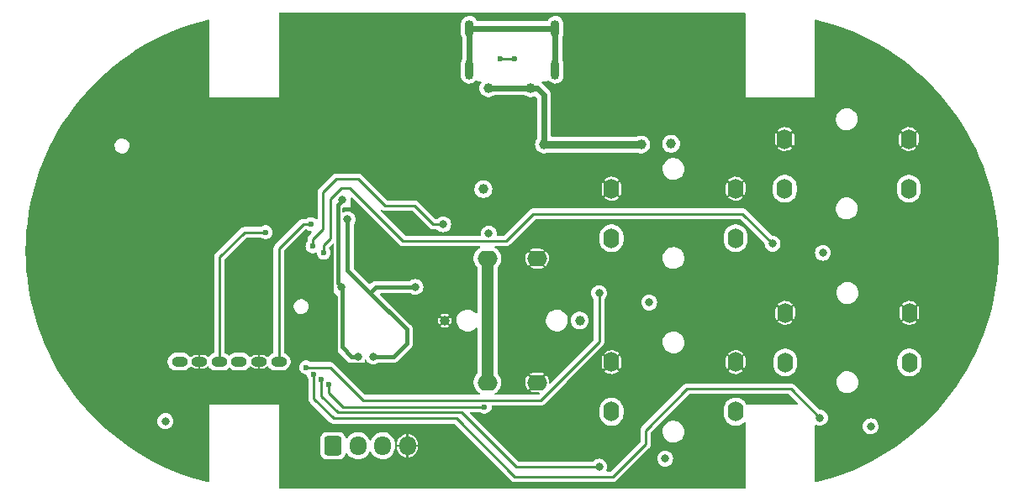
<source format=gbr>
%TF.GenerationSoftware,KiCad,Pcbnew,7.0.6*%
%TF.CreationDate,2023-11-25T17:25:05+01:00*%
%TF.ProjectId,gamepad,67616d65-7061-4642-9e6b-696361645f70,rev?*%
%TF.SameCoordinates,Original*%
%TF.FileFunction,Copper,L4,Bot*%
%TF.FilePolarity,Positive*%
%FSLAX46Y46*%
G04 Gerber Fmt 4.6, Leading zero omitted, Abs format (unit mm)*
G04 Created by KiCad (PCBNEW 7.0.6) date 2023-11-25 17:25:05*
%MOMM*%
%LPD*%
G01*
G04 APERTURE LIST*
G04 Aperture macros list*
%AMRoundRect*
0 Rectangle with rounded corners*
0 $1 Rounding radius*
0 $2 $3 $4 $5 $6 $7 $8 $9 X,Y pos of 4 corners*
0 Add a 4 corners polygon primitive as box body*
4,1,4,$2,$3,$4,$5,$6,$7,$8,$9,$2,$3,0*
0 Add four circle primitives for the rounded corners*
1,1,$1+$1,$2,$3*
1,1,$1+$1,$4,$5*
1,1,$1+$1,$6,$7*
1,1,$1+$1,$8,$9*
0 Add four rect primitives between the rounded corners*
20,1,$1+$1,$2,$3,$4,$5,0*
20,1,$1+$1,$4,$5,$6,$7,0*
20,1,$1+$1,$6,$7,$8,$9,0*
20,1,$1+$1,$8,$9,$2,$3,0*%
G04 Aperture macros list end*
%TA.AperFunction,ComponentPad*%
%ADD10O,1.600000X2.000000*%
%TD*%
%TA.AperFunction,ComponentPad*%
%ADD11O,2.000000X1.600000*%
%TD*%
%TA.AperFunction,ComponentPad*%
%ADD12C,1.000000*%
%TD*%
%TA.AperFunction,ComponentPad*%
%ADD13RoundRect,0.250000X-0.600000X-0.725000X0.600000X-0.725000X0.600000X0.725000X-0.600000X0.725000X0*%
%TD*%
%TA.AperFunction,ComponentPad*%
%ADD14O,1.700000X1.950000*%
%TD*%
%TA.AperFunction,ComponentPad*%
%ADD15O,0.900000X2.000000*%
%TD*%
%TA.AperFunction,ComponentPad*%
%ADD16O,0.900000X1.700000*%
%TD*%
%TA.AperFunction,ComponentPad*%
%ADD17O,1.600000X1.000000*%
%TD*%
%TA.AperFunction,ViaPad*%
%ADD18C,0.800000*%
%TD*%
%TA.AperFunction,ViaPad*%
%ADD19C,1.000000*%
%TD*%
%TA.AperFunction,ViaPad*%
%ADD20C,0.600000*%
%TD*%
%TA.AperFunction,Conductor*%
%ADD21C,0.400000*%
%TD*%
%TA.AperFunction,Conductor*%
%ADD22C,0.250000*%
%TD*%
%TA.AperFunction,Conductor*%
%ADD23C,0.600000*%
%TD*%
%TA.AperFunction,Conductor*%
%ADD24C,0.800000*%
%TD*%
%TA.AperFunction,Conductor*%
%ADD25C,1.200000*%
%TD*%
G04 APERTURE END LIST*
D10*
%TO.P,SW3,1*%
%TO.N,/B_A*%
X172500000Y-131250000D03*
X185000000Y-131250000D03*
%TO.P,SW3,2*%
%TO.N,GND*%
X172500000Y-126250000D03*
X185000000Y-126250000D03*
%TD*%
D11*
%TO.P,SW5,1*%
%TO.N,/B_L*%
X142500000Y-120775000D03*
X142500000Y-133275000D03*
%TO.P,SW5,2*%
%TO.N,GND*%
X147500000Y-120775000D03*
X147500000Y-133275000D03*
D12*
%TO.P,SW5,3,A*%
%TO.N,Net-(SW5-A)*%
X151800000Y-127025000D03*
%TO.P,SW5,4,K*%
%TO.N,GND*%
X138200000Y-127025000D03*
%TD*%
D13*
%TO.P,XT2,1,Pin_1*%
%TO.N,+3.3VA*%
X126950000Y-139650000D03*
D14*
%TO.P,XT2,2,Pin_2*%
%TO.N,Net-(XT2-Pin_2)*%
X129450000Y-139650000D03*
%TO.P,XT2,3,Pin_3*%
%TO.N,Net-(XT2-Pin_3)*%
X131950000Y-139650000D03*
%TO.P,XT2,4,Pin_4*%
%TO.N,GND*%
X134450000Y-139650000D03*
%TD*%
D15*
%TO.P,XT1,S1,SHIELD*%
%TO.N,Net-(XT1-SHIELD)*%
X149325000Y-101725000D03*
D16*
X149325000Y-97550000D03*
D15*
X140675000Y-101725000D03*
D16*
X140675000Y-97550000D03*
%TD*%
D10*
%TO.P,SW2,1*%
%TO.N,/B_Y*%
X155000000Y-118725000D03*
X167500000Y-118725000D03*
%TO.P,SW2,2*%
%TO.N,GND*%
X155000000Y-113725000D03*
X167500000Y-113725000D03*
%TD*%
%TO.P,SW4,1*%
%TO.N,/B_B*%
X155000000Y-136225000D03*
X167500000Y-136225000D03*
%TO.P,SW4,2*%
%TO.N,GND*%
X155000000Y-131225000D03*
X167500000Y-131225000D03*
%TD*%
D17*
%TO.P,J1,1,X*%
%TO.N,/J_X*%
X121500000Y-131175000D03*
%TO.P,J1,2,GND_SW*%
%TO.N,GND*%
X119500000Y-131175000D03*
%TO.P,J1,3,SW*%
%TO.N,/J_B*%
X117500000Y-131175000D03*
%TO.P,J1,4,Y*%
%TO.N,/J_Y*%
X115500000Y-131175000D03*
%TO.P,J1,5,GND_A*%
%TO.N,GND*%
X113500000Y-131175000D03*
%TO.P,J1,6,VCC*%
%TO.N,+3.3VA*%
X111500000Y-131175000D03*
%TD*%
D10*
%TO.P,SW1,1*%
%TO.N,/B_X*%
X172450000Y-113725000D03*
X184950000Y-113725000D03*
%TO.P,SW1,2*%
%TO.N,GND*%
X172450000Y-108725000D03*
X184950000Y-108725000D03*
%TD*%
D18*
%TO.N,+3.3VA*%
X176300000Y-120200000D03*
X142650000Y-118250000D03*
D19*
X142100000Y-113775000D03*
D18*
X181100000Y-137700000D03*
X128425000Y-116825000D03*
X131025000Y-130650000D03*
X135250000Y-123650000D03*
X158800000Y-125200000D03*
X110075000Y-137175000D03*
D19*
X161000000Y-109200000D03*
D18*
X160400000Y-140950000D03*
%TO.N,GND*%
X136775000Y-122075000D03*
X158850000Y-140950000D03*
X111925000Y-137175000D03*
X127825000Y-123650000D03*
D19*
X140550000Y-113775000D03*
D18*
X158800000Y-123450000D03*
X181100000Y-135950000D03*
X142650000Y-116500000D03*
X127900000Y-114875000D03*
X129450000Y-130650000D03*
X130600000Y-111925000D03*
X176300000Y-118450000D03*
D20*
%TO.N,/B_X*%
X126025000Y-120200000D03*
D18*
X171225000Y-119275000D03*
D20*
%TO.N,/B_Y*%
X124250000Y-131750000D03*
D18*
X153750000Y-124275000D03*
%TO.N,/B_A*%
X176000000Y-136825000D03*
D20*
X125000000Y-132500000D03*
%TO.N,/B_B*%
X125750000Y-133000000D03*
D18*
X153750000Y-141775000D03*
D20*
%TO.N,/J_X*%
X124725000Y-117300000D03*
%TO.N,/J_Y*%
X120175000Y-118125000D03*
D19*
%TO.N,+5V*%
X146850000Y-103600000D03*
X148200000Y-109275000D03*
X142600000Y-103600000D03*
X158000000Y-109275000D03*
D20*
%TO.N,/B_L*%
X124900000Y-119550000D03*
D18*
X138050000Y-117325000D03*
D20*
%TO.N,/LED*%
X142225000Y-135725000D03*
X126500000Y-133500000D03*
%TO.N,/D+*%
X143824007Y-100603997D03*
X145225000Y-100600000D03*
%TD*%
D21*
%TO.N,+3.3VA*%
X134375000Y-127925000D02*
X134375000Y-129350000D01*
X130675000Y-124225000D02*
X131250000Y-123650000D01*
X130675000Y-124225000D02*
X134375000Y-127925000D01*
X134375000Y-129350000D02*
X133075000Y-130650000D01*
X133075000Y-130650000D02*
X131025000Y-130650000D01*
X128425000Y-121975000D02*
X130675000Y-124225000D01*
X128425000Y-116825000D02*
X128425000Y-121975000D01*
X131250000Y-123650000D02*
X135250000Y-123650000D01*
%TO.N,GND*%
X127850000Y-129700000D02*
X128800000Y-130650000D01*
X127450000Y-115325000D02*
X127450000Y-123225000D01*
X127900000Y-114875000D02*
X127450000Y-115325000D01*
X127450000Y-123225000D02*
X127850000Y-123625000D01*
X128800000Y-130650000D02*
X129450000Y-130650000D01*
X127850000Y-123625000D02*
X127850000Y-129700000D01*
D22*
%TO.N,/B_X*%
X126725000Y-114725000D02*
X127775000Y-113675000D01*
X126025000Y-119425000D02*
X126725000Y-118725000D01*
X126725000Y-118725000D02*
X126725000Y-114725000D01*
X127775000Y-113675000D02*
X128675000Y-113675000D01*
X128675000Y-113675000D02*
X134000000Y-119000000D01*
X168200000Y-116250000D02*
X171225000Y-119275000D01*
X134000000Y-119000000D02*
X144375000Y-119000000D01*
X147125000Y-116250000D02*
X168200000Y-116250000D01*
X126025000Y-120200000D02*
X126025000Y-119425000D01*
X144375000Y-119000000D02*
X147125000Y-116250000D01*
%TO.N,/B_Y*%
X124250000Y-131750000D02*
X126675000Y-131750000D01*
X126675000Y-131750000D02*
X129975000Y-135050000D01*
X129975000Y-135050000D02*
X147900000Y-135050000D01*
X147900000Y-135050000D02*
X153750000Y-129200000D01*
X153750000Y-129200000D02*
X153750000Y-124275000D01*
%TO.N,/B_A*%
X162600000Y-133925000D02*
X158425000Y-138100000D01*
X173100000Y-133925000D02*
X162600000Y-133925000D01*
X145250000Y-142775000D02*
X139375000Y-136900000D01*
X139375000Y-136900000D02*
X127000000Y-136900000D01*
X125000000Y-134900000D02*
X125000000Y-132500000D01*
X127000000Y-136900000D02*
X125000000Y-134900000D01*
X158425000Y-139500000D02*
X155150000Y-142775000D01*
X155150000Y-142775000D02*
X145250000Y-142775000D01*
X176000000Y-136825000D02*
X173100000Y-133925000D01*
X158425000Y-138100000D02*
X158425000Y-139500000D01*
%TO.N,/B_B*%
X145400000Y-141775000D02*
X153750000Y-141775000D01*
X125750000Y-134625000D02*
X127425000Y-136300000D01*
X125750000Y-133000000D02*
X125750000Y-134625000D01*
X139925000Y-136300000D02*
X145400000Y-141775000D01*
X127425000Y-136300000D02*
X139925000Y-136300000D01*
%TO.N,/J_X*%
X123950000Y-117300000D02*
X121500000Y-119750000D01*
X124725000Y-117300000D02*
X123950000Y-117300000D01*
X121500000Y-119750000D02*
X121500000Y-131175000D01*
%TO.N,/J_Y*%
X120175000Y-118125000D02*
X118025000Y-118125000D01*
X115500000Y-120650000D02*
X115500000Y-131175000D01*
X118025000Y-118125000D02*
X115500000Y-120650000D01*
D23*
%TO.N,+5V*%
X147525000Y-103600000D02*
X148200000Y-104275000D01*
D24*
X158000000Y-109275000D02*
X148200000Y-109275000D01*
D23*
X146850000Y-103600000D02*
X147525000Y-103600000D01*
X142600000Y-103600000D02*
X146850000Y-103600000D01*
X148200000Y-104275000D02*
X148200000Y-109275000D01*
D22*
%TO.N,/B_L*%
X135150000Y-115425000D02*
X137050000Y-117325000D01*
D25*
X142500000Y-133275000D02*
X142500000Y-120775000D01*
D22*
X125925000Y-117775000D02*
X125925000Y-114100000D01*
X124900000Y-118800000D02*
X125925000Y-117775000D01*
X127300000Y-112725000D02*
X129475000Y-112725000D01*
X132175000Y-115425000D02*
X135150000Y-115425000D01*
X125925000Y-114100000D02*
X127300000Y-112725000D01*
X129475000Y-112725000D02*
X132175000Y-115425000D01*
X137050000Y-117325000D02*
X138050000Y-117325000D01*
X124900000Y-119550000D02*
X124900000Y-118800000D01*
D23*
%TO.N,Net-(XT1-SHIELD)*%
X140675000Y-97550000D02*
X149325000Y-97550000D01*
X140675000Y-101725000D02*
X140675000Y-97550000D01*
X149325000Y-101725000D02*
X149325000Y-97550000D01*
D22*
%TO.N,/LED*%
X126500000Y-134300000D02*
X127925000Y-135725000D01*
X127925000Y-135725000D02*
X142225000Y-135725000D01*
X126500000Y-133500000D02*
X126500000Y-134300000D01*
%TO.N,/D+*%
X145221003Y-100603997D02*
X145225000Y-100600000D01*
X143824007Y-100603997D02*
X145221003Y-100603997D01*
%TD*%
%TA.AperFunction,Conductor*%
%TO.N,GND*%
G36*
X168459191Y-96019407D02*
G01*
X168495155Y-96068907D01*
X168500000Y-96099499D01*
X168500000Y-104500000D01*
X168500001Y-104500000D01*
X175499999Y-104500000D01*
X175500000Y-104500000D01*
X175500000Y-96766826D01*
X175518907Y-96708636D01*
X175568407Y-96672672D01*
X175620749Y-96670246D01*
X175743456Y-96697882D01*
X176677080Y-96948046D01*
X177599874Y-97235600D01*
X178510340Y-97560078D01*
X179407003Y-97920953D01*
X180288407Y-98317641D01*
X181153124Y-98749498D01*
X181999750Y-99215823D01*
X182826913Y-99715861D01*
X183633270Y-100248799D01*
X184417514Y-100813773D01*
X185178373Y-101409868D01*
X185914612Y-102036116D01*
X186223542Y-102321112D01*
X186625038Y-102691503D01*
X187308497Y-103374962D01*
X187516101Y-103600000D01*
X187963884Y-104085388D01*
X188590132Y-104821627D01*
X189186227Y-105582486D01*
X189751201Y-106366730D01*
X190284139Y-107173087D01*
X190784177Y-108000250D01*
X191250502Y-108846876D01*
X191682359Y-109711593D01*
X192079047Y-110592997D01*
X192439922Y-111489660D01*
X192764400Y-112400126D01*
X193051954Y-113322920D01*
X193302118Y-114256544D01*
X193514486Y-115199483D01*
X193688713Y-116150209D01*
X193824517Y-117107180D01*
X193921677Y-118068843D01*
X193980036Y-119033638D01*
X193999500Y-120000000D01*
X193980036Y-120966362D01*
X193921677Y-121931157D01*
X193824517Y-122892820D01*
X193688713Y-123849791D01*
X193514486Y-124800517D01*
X193302118Y-125743456D01*
X193051954Y-126677080D01*
X192764400Y-127599874D01*
X192439922Y-128510340D01*
X192079047Y-129407003D01*
X191682359Y-130288407D01*
X191250502Y-131153124D01*
X190784177Y-131999750D01*
X190284139Y-132826913D01*
X189751201Y-133633270D01*
X189186227Y-134417514D01*
X188590132Y-135178373D01*
X187963884Y-135914612D01*
X187707130Y-136192929D01*
X187308497Y-136625038D01*
X186625038Y-137308497D01*
X186325729Y-137584618D01*
X185914612Y-137963884D01*
X185182557Y-138586573D01*
X185178373Y-138590132D01*
X184417514Y-139186227D01*
X183633270Y-139751201D01*
X182826913Y-140284139D01*
X181999750Y-140784177D01*
X181153124Y-141250502D01*
X180288407Y-141682359D01*
X179407003Y-142079047D01*
X178510340Y-142439922D01*
X177599874Y-142764400D01*
X176677080Y-143051954D01*
X175743456Y-143302118D01*
X175620751Y-143329752D01*
X175559828Y-143324092D01*
X175513867Y-143283703D01*
X175500000Y-143233171D01*
X175500000Y-137700000D01*
X180294435Y-137700000D01*
X180314632Y-137879257D01*
X180314633Y-137879261D01*
X180374211Y-138049522D01*
X180374211Y-138049523D01*
X180451416Y-138172393D01*
X180470184Y-138202262D01*
X180597738Y-138329816D01*
X180597740Y-138329817D01*
X180597741Y-138329818D01*
X180720446Y-138406919D01*
X180750478Y-138425789D01*
X180818657Y-138449646D01*
X180920738Y-138485366D01*
X180920742Y-138485367D01*
X180920745Y-138485368D01*
X181100000Y-138505565D01*
X181279255Y-138485368D01*
X181449522Y-138425789D01*
X181602262Y-138329816D01*
X181729816Y-138202262D01*
X181825789Y-138049522D01*
X181879974Y-137894667D01*
X181885366Y-137879261D01*
X181885367Y-137879257D01*
X181885368Y-137879255D01*
X181905565Y-137700000D01*
X181885368Y-137520745D01*
X181878476Y-137501050D01*
X181849467Y-137418146D01*
X181825789Y-137350478D01*
X181811201Y-137327262D01*
X181729818Y-137197741D01*
X181729817Y-137197740D01*
X181729816Y-137197738D01*
X181602262Y-137070184D01*
X181602259Y-137070182D01*
X181602258Y-137070181D01*
X181449523Y-136974211D01*
X181279261Y-136914633D01*
X181279257Y-136914632D01*
X181100000Y-136894435D01*
X180920742Y-136914632D01*
X180920738Y-136914633D01*
X180750477Y-136974211D01*
X180750476Y-136974211D01*
X180597741Y-137070181D01*
X180470181Y-137197741D01*
X180374211Y-137350476D01*
X180374211Y-137350477D01*
X180314633Y-137520738D01*
X180314632Y-137520742D01*
X180294435Y-137700000D01*
X175500000Y-137700000D01*
X175500000Y-137635364D01*
X175518907Y-137577173D01*
X175568407Y-137541209D01*
X175629593Y-137541209D01*
X175645359Y-137548587D01*
X175645462Y-137548374D01*
X175650474Y-137550786D01*
X175650478Y-137550789D01*
X175744658Y-137583744D01*
X175820738Y-137610366D01*
X175820742Y-137610367D01*
X175820745Y-137610368D01*
X176000000Y-137630565D01*
X176179255Y-137610368D01*
X176349522Y-137550789D01*
X176502262Y-137454816D01*
X176629816Y-137327262D01*
X176725789Y-137174522D01*
X176785368Y-137004255D01*
X176805565Y-136825000D01*
X176785368Y-136645745D01*
X176778122Y-136625038D01*
X176750179Y-136545181D01*
X176725789Y-136475478D01*
X176709284Y-136449211D01*
X176629818Y-136322741D01*
X176629817Y-136322740D01*
X176629816Y-136322738D01*
X176502262Y-136195184D01*
X176502259Y-136195182D01*
X176502258Y-136195181D01*
X176349523Y-136099211D01*
X176179261Y-136039633D01*
X176179257Y-136039632D01*
X176119503Y-136032899D01*
X176000000Y-136019435D01*
X175999997Y-136019435D01*
X175999996Y-136019435D01*
X175999995Y-136019435D01*
X175991292Y-136020415D01*
X175931351Y-136008138D01*
X175910210Y-135992041D01*
X175528996Y-135610827D01*
X175501219Y-135556310D01*
X175500000Y-135540823D01*
X175500000Y-135500001D01*
X175500000Y-135500000D01*
X175499999Y-135500000D01*
X175459177Y-135500000D01*
X175400986Y-135481093D01*
X175389173Y-135471004D01*
X173477940Y-133559771D01*
X173434757Y-133513532D01*
X173434755Y-133513531D01*
X173429986Y-133510631D01*
X173398229Y-133491319D01*
X173394039Y-133488467D01*
X173359973Y-133462634D01*
X173342492Y-133455740D01*
X173327381Y-133448235D01*
X173311325Y-133438472D01*
X173270166Y-133426940D01*
X173265360Y-133425324D01*
X173225589Y-133409641D01*
X173225592Y-133409641D01*
X173213577Y-133408406D01*
X173206892Y-133407718D01*
X173190314Y-133404567D01*
X173172228Y-133399500D01*
X173129478Y-133399500D01*
X173124414Y-133399240D01*
X173090061Y-133395709D01*
X173081890Y-133394869D01*
X173081889Y-133394869D01*
X173063375Y-133398061D01*
X173046556Y-133399500D01*
X162608985Y-133399500D01*
X162545755Y-133397340D01*
X162545748Y-133397340D01*
X162507612Y-133406634D01*
X162504224Y-133407460D01*
X162499245Y-133408406D01*
X162456893Y-133414228D01*
X162456885Y-133414230D01*
X162439653Y-133421714D01*
X162423666Y-133427090D01*
X162405414Y-133431539D01*
X162405403Y-133431543D01*
X162368140Y-133452494D01*
X162363600Y-133454749D01*
X162324388Y-133471781D01*
X162324387Y-133471782D01*
X162309813Y-133483639D01*
X162295862Y-133493135D01*
X162279488Y-133502341D01*
X162249260Y-133532569D01*
X162245497Y-133535965D01*
X162212337Y-133562943D01*
X162212330Y-133562951D01*
X162201500Y-133578293D01*
X162190627Y-133591202D01*
X158059771Y-137722058D01*
X158013530Y-137765245D01*
X157991318Y-137801770D01*
X157988466Y-137805960D01*
X157962636Y-137840024D01*
X157962635Y-137840026D01*
X157955741Y-137857506D01*
X157948237Y-137872615D01*
X157938473Y-137888673D01*
X157926939Y-137929835D01*
X157925323Y-137934641D01*
X157909641Y-137974407D01*
X157909640Y-137974413D01*
X157907718Y-137993103D01*
X157904569Y-138009676D01*
X157899500Y-138027771D01*
X157899500Y-138070521D01*
X157899240Y-138075585D01*
X157894869Y-138118110D01*
X157898061Y-138136625D01*
X157899500Y-138153444D01*
X157899500Y-139241323D01*
X157880593Y-139299514D01*
X157870504Y-139311327D01*
X154961327Y-142220504D01*
X154906810Y-142248281D01*
X154891323Y-142249500D01*
X154571584Y-142249500D01*
X154513393Y-142230593D01*
X154477429Y-142181093D01*
X154477429Y-142119907D01*
X154478140Y-142117802D01*
X154486229Y-142094687D01*
X154535368Y-141954255D01*
X154555565Y-141775000D01*
X154535368Y-141595745D01*
X154529794Y-141579816D01*
X154485161Y-141452262D01*
X154475789Y-141425478D01*
X154379816Y-141272738D01*
X154252262Y-141145184D01*
X154252259Y-141145182D01*
X154252258Y-141145181D01*
X154099523Y-141049211D01*
X153929261Y-140989633D01*
X153929257Y-140989632D01*
X153750000Y-140969435D01*
X153570742Y-140989632D01*
X153570738Y-140989633D01*
X153400477Y-141049211D01*
X153400476Y-141049211D01*
X153247741Y-141145181D01*
X153247736Y-141145185D01*
X153172417Y-141220504D01*
X153117900Y-141248281D01*
X153102414Y-141249500D01*
X145658677Y-141249500D01*
X145600486Y-141230593D01*
X145588673Y-141220504D01*
X140848672Y-136480503D01*
X153799500Y-136480503D01*
X153814885Y-136646536D01*
X153875771Y-136860528D01*
X153974942Y-137059689D01*
X154109019Y-137237236D01*
X154273438Y-137387124D01*
X154462599Y-137504247D01*
X154670060Y-137584618D01*
X154888757Y-137625500D01*
X155111243Y-137625500D01*
X155329940Y-137584618D01*
X155537401Y-137504247D01*
X155726562Y-137387124D01*
X155890981Y-137237236D01*
X156025058Y-137059689D01*
X156124229Y-136860528D01*
X156185115Y-136646536D01*
X156200500Y-136480503D01*
X156200500Y-135969497D01*
X156185115Y-135803464D01*
X156124229Y-135589472D01*
X156025058Y-135390311D01*
X155890981Y-135212764D01*
X155726562Y-135062876D01*
X155537401Y-134945753D01*
X155329940Y-134865382D01*
X155329939Y-134865381D01*
X155329937Y-134865381D01*
X155111243Y-134824500D01*
X154888757Y-134824500D01*
X154670062Y-134865381D01*
X154603894Y-134891015D01*
X154462599Y-134945753D01*
X154325734Y-135030496D01*
X154273438Y-135062876D01*
X154109020Y-135212763D01*
X153974943Y-135390309D01*
X153974938Y-135390318D01*
X153878137Y-135584720D01*
X153875771Y-135589472D01*
X153848183Y-135686434D01*
X153814885Y-135803464D01*
X153804586Y-135914613D01*
X153799500Y-135969497D01*
X153799500Y-136480503D01*
X140848672Y-136480503D01*
X140787673Y-136419504D01*
X140759896Y-136364987D01*
X140769467Y-136304555D01*
X140812732Y-136261290D01*
X140857677Y-136250500D01*
X141724255Y-136250500D01*
X141782446Y-136269407D01*
X141789904Y-136275397D01*
X141824148Y-136305734D01*
X141974775Y-136384790D01*
X142139944Y-136425500D01*
X142139947Y-136425500D01*
X142310053Y-136425500D01*
X142310056Y-136425500D01*
X142475225Y-136384790D01*
X142625852Y-136305734D01*
X142753183Y-136192929D01*
X142849818Y-136052930D01*
X142910140Y-135893872D01*
X142930645Y-135725000D01*
X142925962Y-135686433D01*
X142937717Y-135626388D01*
X142982521Y-135584720D01*
X143024240Y-135575500D01*
X147891015Y-135575500D01*
X147893251Y-135575576D01*
X147954245Y-135577660D01*
X147995777Y-135567538D01*
X148000740Y-135566594D01*
X148043111Y-135560771D01*
X148060355Y-135553280D01*
X148076343Y-135547904D01*
X148094594Y-135543457D01*
X148131855Y-135522505D01*
X148136385Y-135520255D01*
X148175609Y-135503219D01*
X148190184Y-135491360D01*
X148204136Y-135481864D01*
X148220512Y-135472658D01*
X148250749Y-135442419D01*
X148254493Y-135439040D01*
X148287665Y-135412054D01*
X148298499Y-135396704D01*
X148309363Y-135383805D01*
X150495768Y-133197400D01*
X177645746Y-133197400D01*
X177655746Y-133407330D01*
X177655747Y-133407337D01*
X177705295Y-133611573D01*
X177705300Y-133611586D01*
X177792602Y-133802751D01*
X177792604Y-133802754D01*
X177914511Y-133973949D01*
X177914513Y-133973951D01*
X177914514Y-133973952D01*
X178066622Y-134118986D01*
X178243428Y-134232613D01*
X178438543Y-134310725D01*
X178644915Y-134350500D01*
X178644918Y-134350500D01*
X178802425Y-134350500D01*
X178959218Y-134335528D01*
X179160875Y-134276316D01*
X179347682Y-134180011D01*
X179512886Y-134050092D01*
X179650519Y-133891256D01*
X179755604Y-133709244D01*
X179824344Y-133510633D01*
X179854254Y-133302602D01*
X179844254Y-133092670D01*
X179794704Y-132888424D01*
X179781068Y-132858565D01*
X179707397Y-132697248D01*
X179707395Y-132697245D01*
X179585488Y-132526050D01*
X179577997Y-132518907D01*
X179433378Y-132381014D01*
X179256572Y-132267387D01*
X179256569Y-132267386D01*
X179256568Y-132267385D01*
X179147409Y-132223685D01*
X179061457Y-132189275D01*
X178855085Y-132149500D01*
X178697575Y-132149500D01*
X178540781Y-132164472D01*
X178339120Y-132223685D01*
X178152320Y-132319987D01*
X178152317Y-132319989D01*
X177987113Y-132449907D01*
X177849480Y-132608744D01*
X177744397Y-132790753D01*
X177744394Y-132790760D01*
X177675657Y-132989362D01*
X177675655Y-132989368D01*
X177645746Y-133197393D01*
X177645746Y-133197400D01*
X150495768Y-133197400D01*
X152217455Y-131475713D01*
X154000000Y-131475713D01*
X154015418Y-131627335D01*
X154015419Y-131627337D01*
X154076302Y-131821387D01*
X154142650Y-131940926D01*
X154603704Y-131479871D01*
X154614835Y-131550148D01*
X154672359Y-131663045D01*
X154687866Y-131678552D01*
X154263786Y-132102632D01*
X154263786Y-132102634D01*
X154307482Y-132153533D01*
X154468306Y-132278019D01*
X154468308Y-132278020D01*
X154650902Y-132367586D01*
X154847795Y-132418566D01*
X155050914Y-132428866D01*
X155251941Y-132398069D01*
X155442666Y-132327433D01*
X155615263Y-132219853D01*
X155615265Y-132219851D01*
X155737364Y-132103786D01*
X155312132Y-131678554D01*
X155327641Y-131663045D01*
X155385165Y-131550148D01*
X155396295Y-131479873D01*
X155858488Y-131942066D01*
X155878856Y-131912805D01*
X155959060Y-131725905D01*
X155959061Y-131725902D01*
X155999999Y-131526696D01*
X156000000Y-131526688D01*
X156000000Y-131475713D01*
X166500000Y-131475713D01*
X166515418Y-131627335D01*
X166515419Y-131627337D01*
X166576302Y-131821387D01*
X166642650Y-131940926D01*
X167103704Y-131479871D01*
X167114835Y-131550148D01*
X167172359Y-131663045D01*
X167187866Y-131678552D01*
X166763786Y-132102632D01*
X166763786Y-132102634D01*
X166807482Y-132153533D01*
X166968306Y-132278019D01*
X166968308Y-132278020D01*
X167150902Y-132367586D01*
X167347795Y-132418566D01*
X167550914Y-132428866D01*
X167751941Y-132398069D01*
X167942666Y-132327433D01*
X168115263Y-132219853D01*
X168115265Y-132219851D01*
X168237364Y-132103786D01*
X167812132Y-131678554D01*
X167827641Y-131663045D01*
X167885165Y-131550148D01*
X167896295Y-131479873D01*
X168358488Y-131942066D01*
X168378856Y-131912805D01*
X168459060Y-131725905D01*
X168459061Y-131725902D01*
X168499999Y-131526696D01*
X168500000Y-131526688D01*
X168500000Y-131505503D01*
X171299500Y-131505503D01*
X171314885Y-131671536D01*
X171375771Y-131885528D01*
X171474942Y-132084689D01*
X171609019Y-132262236D01*
X171773438Y-132412124D01*
X171962599Y-132529247D01*
X172170060Y-132609618D01*
X172388757Y-132650500D01*
X172611243Y-132650500D01*
X172829940Y-132609618D01*
X173037401Y-132529247D01*
X173226562Y-132412124D01*
X173390981Y-132262236D01*
X173525058Y-132084689D01*
X173624229Y-131885528D01*
X173685115Y-131671536D01*
X173700500Y-131505503D01*
X183799500Y-131505503D01*
X183814885Y-131671536D01*
X183875771Y-131885528D01*
X183974942Y-132084689D01*
X184109019Y-132262236D01*
X184273438Y-132412124D01*
X184462599Y-132529247D01*
X184670060Y-132609618D01*
X184888757Y-132650500D01*
X185111243Y-132650500D01*
X185329940Y-132609618D01*
X185537401Y-132529247D01*
X185726562Y-132412124D01*
X185890981Y-132262236D01*
X186025058Y-132084689D01*
X186124229Y-131885528D01*
X186185115Y-131671536D01*
X186200500Y-131505503D01*
X186200500Y-130994497D01*
X186185115Y-130828464D01*
X186124229Y-130614472D01*
X186025058Y-130415311D01*
X185890981Y-130237764D01*
X185726562Y-130087876D01*
X185537401Y-129970753D01*
X185329940Y-129890382D01*
X185329939Y-129890381D01*
X185329937Y-129890381D01*
X185111243Y-129849500D01*
X184888757Y-129849500D01*
X184670062Y-129890381D01*
X184593797Y-129919926D01*
X184462599Y-129970753D01*
X184273438Y-130087876D01*
X184109019Y-130237764D01*
X184071317Y-130287690D01*
X183974943Y-130415309D01*
X183974938Y-130415318D01*
X183898349Y-130569129D01*
X183875771Y-130614472D01*
X183859051Y-130673238D01*
X183814885Y-130828464D01*
X183799591Y-130993519D01*
X183799500Y-130994497D01*
X183799500Y-131505503D01*
X173700500Y-131505503D01*
X173700500Y-130994497D01*
X173685115Y-130828464D01*
X173624229Y-130614472D01*
X173525058Y-130415311D01*
X173390981Y-130237764D01*
X173226562Y-130087876D01*
X173037401Y-129970753D01*
X172829940Y-129890382D01*
X172829939Y-129890381D01*
X172829937Y-129890381D01*
X172611243Y-129849500D01*
X172388757Y-129849500D01*
X172170062Y-129890381D01*
X172093797Y-129919926D01*
X171962599Y-129970753D01*
X171773438Y-130087876D01*
X171609019Y-130237764D01*
X171571317Y-130287690D01*
X171474943Y-130415309D01*
X171474938Y-130415318D01*
X171398349Y-130569129D01*
X171375771Y-130614472D01*
X171359051Y-130673238D01*
X171314885Y-130828464D01*
X171299591Y-130993519D01*
X171299500Y-130994497D01*
X171299500Y-131505503D01*
X168500000Y-131505503D01*
X168500000Y-130974286D01*
X168484581Y-130822664D01*
X168484580Y-130822662D01*
X168423696Y-130628608D01*
X168423695Y-130628607D01*
X168357348Y-130509072D01*
X167896294Y-130970125D01*
X167885165Y-130899852D01*
X167827641Y-130786955D01*
X167812131Y-130771445D01*
X168236212Y-130347364D01*
X168236212Y-130347363D01*
X168192524Y-130296472D01*
X168192520Y-130296468D01*
X168031693Y-130171980D01*
X168031691Y-130171979D01*
X167849097Y-130082413D01*
X167652204Y-130031433D01*
X167449085Y-130021133D01*
X167248058Y-130051930D01*
X167057333Y-130122566D01*
X166884735Y-130230147D01*
X166884734Y-130230148D01*
X166762634Y-130346212D01*
X167187868Y-130771446D01*
X167172359Y-130786955D01*
X167114835Y-130899852D01*
X167103704Y-130970126D01*
X166641510Y-130507932D01*
X166621143Y-130537196D01*
X166540939Y-130724094D01*
X166540938Y-130724097D01*
X166500000Y-130923303D01*
X166500000Y-131475713D01*
X156000000Y-131475713D01*
X156000000Y-130974286D01*
X155984581Y-130822664D01*
X155984580Y-130822662D01*
X155923696Y-130628608D01*
X155923695Y-130628607D01*
X155857348Y-130509072D01*
X155396294Y-130970125D01*
X155385165Y-130899852D01*
X155327641Y-130786955D01*
X155312130Y-130771444D01*
X155736212Y-130347364D01*
X155736212Y-130347363D01*
X155692524Y-130296472D01*
X155692520Y-130296468D01*
X155531693Y-130171980D01*
X155531691Y-130171979D01*
X155349097Y-130082413D01*
X155152204Y-130031433D01*
X154949085Y-130021133D01*
X154748058Y-130051930D01*
X154557333Y-130122566D01*
X154384735Y-130230147D01*
X154384734Y-130230148D01*
X154262634Y-130346212D01*
X154687868Y-130771446D01*
X154672359Y-130786955D01*
X154614835Y-130899852D01*
X154603704Y-130970126D01*
X154141510Y-130507932D01*
X154121143Y-130537196D01*
X154040939Y-130724094D01*
X154040938Y-130724097D01*
X154000000Y-130923303D01*
X154000000Y-131475713D01*
X152217455Y-131475713D01*
X154115228Y-129577940D01*
X154161469Y-129534755D01*
X154183679Y-129498229D01*
X154186529Y-129494042D01*
X154192906Y-129485633D01*
X154212364Y-129459975D01*
X154219257Y-129442496D01*
X154226769Y-129427372D01*
X154236526Y-129411328D01*
X154248061Y-129370155D01*
X154249674Y-129365361D01*
X154265357Y-129325593D01*
X154265359Y-129325589D01*
X154267280Y-129306890D01*
X154270430Y-129290317D01*
X154275500Y-129272228D01*
X154275500Y-129229478D01*
X154275760Y-129224413D01*
X154276504Y-129217167D01*
X154280131Y-129181891D01*
X154278495Y-129172400D01*
X160145746Y-129172400D01*
X160155746Y-129382330D01*
X160155747Y-129382337D01*
X160205295Y-129586573D01*
X160205300Y-129586586D01*
X160292602Y-129777751D01*
X160292604Y-129777754D01*
X160414511Y-129948949D01*
X160414513Y-129948951D01*
X160414514Y-129948952D01*
X160566622Y-130093986D01*
X160743428Y-130207613D01*
X160938543Y-130285725D01*
X161144915Y-130325500D01*
X161144918Y-130325500D01*
X161302425Y-130325500D01*
X161459218Y-130310528D01*
X161660875Y-130251316D01*
X161847682Y-130155011D01*
X162012886Y-130025092D01*
X162150519Y-129866256D01*
X162255604Y-129684244D01*
X162324344Y-129485633D01*
X162354254Y-129277602D01*
X162344254Y-129067670D01*
X162294704Y-128863424D01*
X162250102Y-128765760D01*
X162207397Y-128672248D01*
X162207395Y-128672245D01*
X162085488Y-128501050D01*
X162005631Y-128424907D01*
X161933378Y-128356014D01*
X161756572Y-128242387D01*
X161756569Y-128242386D01*
X161756568Y-128242385D01*
X161687520Y-128214743D01*
X161561457Y-128164275D01*
X161355085Y-128124500D01*
X161197575Y-128124500D01*
X161040781Y-128139472D01*
X160839120Y-128198685D01*
X160652320Y-128294987D01*
X160652317Y-128294989D01*
X160487113Y-128424907D01*
X160349480Y-128583744D01*
X160244397Y-128765753D01*
X160244394Y-128765760D01*
X160175657Y-128964362D01*
X160175655Y-128964368D01*
X160145746Y-129172393D01*
X160145746Y-129172400D01*
X154278495Y-129172400D01*
X154276939Y-129163376D01*
X154275500Y-129146557D01*
X154275500Y-126500713D01*
X171500000Y-126500713D01*
X171515418Y-126652335D01*
X171515419Y-126652337D01*
X171576302Y-126846387D01*
X171642650Y-126965926D01*
X172103704Y-126504871D01*
X172114835Y-126575148D01*
X172172359Y-126688045D01*
X172187866Y-126703552D01*
X171763786Y-127127632D01*
X171763786Y-127127634D01*
X171807482Y-127178533D01*
X171968306Y-127303019D01*
X171968308Y-127303020D01*
X172150902Y-127392586D01*
X172347795Y-127443566D01*
X172550914Y-127453866D01*
X172751941Y-127423069D01*
X172942666Y-127352433D01*
X173115263Y-127244853D01*
X173115265Y-127244851D01*
X173237364Y-127128786D01*
X172812131Y-126703553D01*
X172827641Y-126688045D01*
X172885165Y-126575148D01*
X172896295Y-126504873D01*
X173358488Y-126967066D01*
X173378856Y-126937805D01*
X173459060Y-126750905D01*
X173459061Y-126750902D01*
X173499999Y-126551696D01*
X173500000Y-126551688D01*
X173500000Y-126500713D01*
X184000000Y-126500713D01*
X184015418Y-126652335D01*
X184015419Y-126652337D01*
X184076302Y-126846387D01*
X184142650Y-126965926D01*
X184603704Y-126504871D01*
X184614835Y-126575148D01*
X184672359Y-126688045D01*
X184687866Y-126703552D01*
X184263786Y-127127632D01*
X184263786Y-127127634D01*
X184307482Y-127178533D01*
X184468306Y-127303019D01*
X184468308Y-127303020D01*
X184650902Y-127392586D01*
X184847795Y-127443566D01*
X185050914Y-127453866D01*
X185251941Y-127423069D01*
X185442666Y-127352433D01*
X185615263Y-127244853D01*
X185615265Y-127244851D01*
X185737364Y-127128786D01*
X185312132Y-126703554D01*
X185327641Y-126688045D01*
X185385165Y-126575148D01*
X185396295Y-126504873D01*
X185858488Y-126967066D01*
X185878856Y-126937805D01*
X185959060Y-126750905D01*
X185959061Y-126750902D01*
X185999999Y-126551696D01*
X186000000Y-126551688D01*
X186000000Y-125999286D01*
X185984581Y-125847664D01*
X185984580Y-125847662D01*
X185923696Y-125653608D01*
X185923695Y-125653607D01*
X185857348Y-125534072D01*
X185396294Y-125995125D01*
X185385165Y-125924852D01*
X185327641Y-125811955D01*
X185312131Y-125796445D01*
X185736212Y-125372364D01*
X185736212Y-125372363D01*
X185692524Y-125321472D01*
X185692520Y-125321468D01*
X185531693Y-125196980D01*
X185531691Y-125196979D01*
X185349097Y-125107413D01*
X185152204Y-125056433D01*
X184949085Y-125046133D01*
X184748058Y-125076930D01*
X184557333Y-125147566D01*
X184384735Y-125255147D01*
X184384734Y-125255148D01*
X184262634Y-125371212D01*
X184687868Y-125796446D01*
X184672359Y-125811955D01*
X184614835Y-125924852D01*
X184603704Y-125995126D01*
X184141510Y-125532932D01*
X184121143Y-125562196D01*
X184040939Y-125749094D01*
X184040938Y-125749097D01*
X184000000Y-125948303D01*
X184000000Y-126500713D01*
X173500000Y-126500713D01*
X173500000Y-125999286D01*
X173484581Y-125847664D01*
X173484580Y-125847662D01*
X173423696Y-125653608D01*
X173423695Y-125653607D01*
X173357348Y-125534072D01*
X172896294Y-125995125D01*
X172885165Y-125924852D01*
X172827641Y-125811955D01*
X172812131Y-125796444D01*
X173236212Y-125372364D01*
X173236212Y-125372363D01*
X173192524Y-125321472D01*
X173192520Y-125321468D01*
X173031693Y-125196980D01*
X173031691Y-125196979D01*
X172849097Y-125107413D01*
X172652204Y-125056433D01*
X172449085Y-125046133D01*
X172248058Y-125076930D01*
X172057333Y-125147566D01*
X171884735Y-125255147D01*
X171884734Y-125255148D01*
X171762634Y-125371212D01*
X172187868Y-125796446D01*
X172172359Y-125811955D01*
X172114835Y-125924852D01*
X172103704Y-125995126D01*
X171641510Y-125532932D01*
X171621143Y-125562196D01*
X171540939Y-125749094D01*
X171540938Y-125749097D01*
X171500000Y-125948303D01*
X171500000Y-126500713D01*
X154275500Y-126500713D01*
X154275500Y-125200000D01*
X157994435Y-125200000D01*
X158014632Y-125379257D01*
X158014633Y-125379261D01*
X158074211Y-125549522D01*
X158074211Y-125549523D01*
X158149243Y-125668935D01*
X158170184Y-125702262D01*
X158297738Y-125829816D01*
X158297740Y-125829817D01*
X158297741Y-125829818D01*
X158448986Y-125924852D01*
X158450478Y-125925789D01*
X158489582Y-125939472D01*
X158620738Y-125985366D01*
X158620742Y-125985367D01*
X158620745Y-125985368D01*
X158800000Y-126005565D01*
X158979255Y-125985368D01*
X159149522Y-125925789D01*
X159302262Y-125829816D01*
X159429816Y-125702262D01*
X159525789Y-125549522D01*
X159585368Y-125379255D01*
X159605565Y-125200000D01*
X159585368Y-125020745D01*
X159568994Y-124973952D01*
X159545600Y-124907096D01*
X159525789Y-124850478D01*
X159495801Y-124802753D01*
X159429818Y-124697741D01*
X159429817Y-124697740D01*
X159429816Y-124697738D01*
X159302262Y-124570184D01*
X159302259Y-124570182D01*
X159302258Y-124570181D01*
X159149523Y-124474211D01*
X158979261Y-124414633D01*
X158979257Y-124414632D01*
X158800000Y-124394435D01*
X158620742Y-124414632D01*
X158620738Y-124414633D01*
X158450477Y-124474211D01*
X158450476Y-124474211D01*
X158297741Y-124570181D01*
X158170181Y-124697741D01*
X158074211Y-124850476D01*
X158074211Y-124850477D01*
X158014633Y-125020738D01*
X158014632Y-125020742D01*
X157994435Y-125200000D01*
X154275500Y-125200000D01*
X154275500Y-124922585D01*
X154294407Y-124864394D01*
X154304490Y-124852587D01*
X154379816Y-124777262D01*
X154475789Y-124624522D01*
X154535368Y-124454255D01*
X154555565Y-124275000D01*
X154546822Y-124197400D01*
X177645746Y-124197400D01*
X177655746Y-124407330D01*
X177655747Y-124407337D01*
X177705295Y-124611573D01*
X177705300Y-124611586D01*
X177792602Y-124802751D01*
X177792604Y-124802754D01*
X177914511Y-124973949D01*
X177914513Y-124973951D01*
X177914514Y-124973952D01*
X178066622Y-125118986D01*
X178243428Y-125232613D01*
X178438543Y-125310725D01*
X178644915Y-125350500D01*
X178644918Y-125350500D01*
X178802425Y-125350500D01*
X178959218Y-125335528D01*
X179160875Y-125276316D01*
X179347682Y-125180011D01*
X179512886Y-125050092D01*
X179650519Y-124891256D01*
X179755604Y-124709244D01*
X179824344Y-124510633D01*
X179854254Y-124302602D01*
X179844254Y-124092670D01*
X179794704Y-123888424D01*
X179750102Y-123790760D01*
X179707397Y-123697248D01*
X179707395Y-123697245D01*
X179585488Y-123526050D01*
X179585486Y-123526048D01*
X179433378Y-123381014D01*
X179256572Y-123267387D01*
X179256569Y-123267386D01*
X179256568Y-123267385D01*
X179147409Y-123223685D01*
X179061457Y-123189275D01*
X178855085Y-123149500D01*
X178697575Y-123149500D01*
X178540781Y-123164472D01*
X178339120Y-123223685D01*
X178152320Y-123319987D01*
X178152317Y-123319989D01*
X177987113Y-123449907D01*
X177849480Y-123608744D01*
X177744397Y-123790753D01*
X177744394Y-123790760D01*
X177675657Y-123989362D01*
X177675655Y-123989368D01*
X177645746Y-124197393D01*
X177645746Y-124197400D01*
X154546822Y-124197400D01*
X154535368Y-124095745D01*
X154534289Y-124092662D01*
X154498145Y-123989368D01*
X154475789Y-123925478D01*
X154452506Y-123888424D01*
X154379818Y-123772741D01*
X154379817Y-123772740D01*
X154379816Y-123772738D01*
X154252262Y-123645184D01*
X154252259Y-123645182D01*
X154252258Y-123645181D01*
X154099523Y-123549211D01*
X153929261Y-123489633D01*
X153929257Y-123489632D01*
X153750000Y-123469435D01*
X153570742Y-123489632D01*
X153570738Y-123489633D01*
X153400477Y-123549211D01*
X153400476Y-123549211D01*
X153247741Y-123645181D01*
X153120181Y-123772741D01*
X153024211Y-123925476D01*
X153024211Y-123925477D01*
X152964633Y-124095738D01*
X152964632Y-124095742D01*
X152944435Y-124275000D01*
X152964632Y-124454257D01*
X152964633Y-124454261D01*
X153024211Y-124624522D01*
X153024211Y-124624523D01*
X153120184Y-124777263D01*
X153195503Y-124852580D01*
X153223281Y-124907096D01*
X153224500Y-124922584D01*
X153224500Y-128941321D01*
X153205593Y-128999512D01*
X153195504Y-129011325D01*
X148870875Y-133335954D01*
X148816358Y-133363731D01*
X148755926Y-133354160D01*
X148712661Y-133310895D01*
X148701998Y-133260935D01*
X148703866Y-133224085D01*
X148673069Y-133023058D01*
X148602433Y-132832333D01*
X148494852Y-132659735D01*
X148494847Y-132659729D01*
X148378785Y-132537634D01*
X147953552Y-132962866D01*
X147938045Y-132947359D01*
X147825148Y-132889835D01*
X147754871Y-132878704D01*
X148217066Y-132416510D01*
X148187812Y-132396148D01*
X148187801Y-132396142D01*
X148000905Y-132315939D01*
X148000902Y-132315938D01*
X147801696Y-132275000D01*
X147249286Y-132275000D01*
X147097664Y-132290418D01*
X147097662Y-132290419D01*
X146903609Y-132351303D01*
X146784072Y-132417650D01*
X147245126Y-132878704D01*
X147174852Y-132889835D01*
X147061955Y-132947359D01*
X147046446Y-132962867D01*
X146622364Y-132538786D01*
X146571469Y-132582479D01*
X146571468Y-132582480D01*
X146446980Y-132743306D01*
X146446979Y-132743308D01*
X146357413Y-132925902D01*
X146306433Y-133122793D01*
X146306433Y-133122797D01*
X146296133Y-133325910D01*
X146296132Y-133325913D01*
X146326930Y-133526941D01*
X146397566Y-133717666D01*
X146505147Y-133890264D01*
X146505152Y-133890270D01*
X146621212Y-134012363D01*
X147046444Y-133587130D01*
X147061955Y-133602641D01*
X147174852Y-133660165D01*
X147245125Y-133671294D01*
X146782932Y-134133487D01*
X146812199Y-134153858D01*
X146999094Y-134234060D01*
X146999097Y-134234061D01*
X147198303Y-134274999D01*
X147198311Y-134275000D01*
X147692824Y-134275000D01*
X147751015Y-134293907D01*
X147786979Y-134343407D01*
X147786979Y-134404593D01*
X147762829Y-134444001D01*
X147711325Y-134495505D01*
X147656811Y-134523281D01*
X147641324Y-134524500D01*
X143304871Y-134524500D01*
X143246680Y-134505593D01*
X143210716Y-134456093D01*
X143210716Y-134394907D01*
X143246680Y-134345407D01*
X143260743Y-134336879D01*
X143263788Y-134335362D01*
X143334689Y-134300058D01*
X143512236Y-134165981D01*
X143662124Y-134001562D01*
X143779247Y-133812401D01*
X143859618Y-133604940D01*
X143900500Y-133386243D01*
X143900500Y-133163757D01*
X143859618Y-132945060D01*
X143779247Y-132737599D01*
X143662124Y-132548438D01*
X143526338Y-132399488D01*
X143501108Y-132343746D01*
X143500500Y-132332792D01*
X143500500Y-126972400D01*
X148395746Y-126972400D01*
X148405746Y-127182330D01*
X148405747Y-127182337D01*
X148455295Y-127386573D01*
X148455300Y-127386586D01*
X148542602Y-127577751D01*
X148542604Y-127577754D01*
X148664511Y-127748949D01*
X148664513Y-127748951D01*
X148664514Y-127748952D01*
X148816622Y-127893986D01*
X148993428Y-128007613D01*
X149188543Y-128085725D01*
X149394915Y-128125500D01*
X149394918Y-128125500D01*
X149552425Y-128125500D01*
X149709218Y-128110528D01*
X149910875Y-128051316D01*
X150097682Y-127955011D01*
X150262886Y-127825092D01*
X150400519Y-127666256D01*
X150505604Y-127484244D01*
X150574344Y-127285633D01*
X150604254Y-127077602D01*
X150601748Y-127025000D01*
X150894540Y-127025000D01*
X150911076Y-127182337D01*
X150914327Y-127213261D01*
X150972819Y-127393279D01*
X150972825Y-127393293D01*
X151032541Y-127496722D01*
X151067467Y-127557216D01*
X151067469Y-127557218D01*
X151181909Y-127684317D01*
X151194129Y-127697888D01*
X151347270Y-127809151D01*
X151520197Y-127886144D01*
X151705354Y-127925500D01*
X151705357Y-127925500D01*
X151894643Y-127925500D01*
X151894646Y-127925500D01*
X152079803Y-127886144D01*
X152252730Y-127809151D01*
X152405871Y-127697888D01*
X152532533Y-127557216D01*
X152627179Y-127393284D01*
X152685674Y-127213256D01*
X152705460Y-127025000D01*
X152685674Y-126836744D01*
X152627179Y-126656716D01*
X152627176Y-126656711D01*
X152627174Y-126656706D01*
X152566541Y-126551688D01*
X152532533Y-126492784D01*
X152478249Y-126432495D01*
X152405875Y-126352116D01*
X152405870Y-126352111D01*
X152273999Y-126256302D01*
X152252730Y-126240849D01*
X152252725Y-126240847D01*
X152252722Y-126240845D01*
X152079805Y-126163857D01*
X152079803Y-126163856D01*
X152079800Y-126163855D01*
X152079799Y-126163855D01*
X152042909Y-126156014D01*
X151894646Y-126124500D01*
X151705354Y-126124500D01*
X151587289Y-126149595D01*
X151520200Y-126163855D01*
X151520194Y-126163857D01*
X151347277Y-126240845D01*
X151347268Y-126240850D01*
X151194129Y-126352111D01*
X151194124Y-126352116D01*
X151067469Y-126492781D01*
X151067465Y-126492787D01*
X150972825Y-126656706D01*
X150972819Y-126656720D01*
X150914327Y-126836738D01*
X150914326Y-126836742D01*
X150914326Y-126836744D01*
X150894540Y-127025000D01*
X150601748Y-127025000D01*
X150594254Y-126867670D01*
X150544704Y-126663424D01*
X150539640Y-126652335D01*
X150457397Y-126472248D01*
X150457395Y-126472245D01*
X150335488Y-126301050D01*
X150318067Y-126284439D01*
X150183378Y-126156014D01*
X150006572Y-126042387D01*
X150006569Y-126042386D01*
X150006568Y-126042385D01*
X149941713Y-126016421D01*
X149811457Y-125964275D01*
X149605085Y-125924500D01*
X149447575Y-125924500D01*
X149290781Y-125939472D01*
X149089120Y-125998685D01*
X148902320Y-126094987D01*
X148902317Y-126094989D01*
X148737113Y-126224907D01*
X148599480Y-126383744D01*
X148494397Y-126565753D01*
X148494394Y-126565760D01*
X148425657Y-126764362D01*
X148425655Y-126764368D01*
X148395746Y-126972393D01*
X148395746Y-126972400D01*
X143500500Y-126972400D01*
X143500500Y-121717207D01*
X143519407Y-121659016D01*
X143526331Y-121650519D01*
X143662124Y-121501562D01*
X143779247Y-121312401D01*
X143859618Y-121104940D01*
X143900500Y-120886243D01*
X143900500Y-120825913D01*
X146296132Y-120825913D01*
X146326930Y-121026941D01*
X146397566Y-121217666D01*
X146505147Y-121390264D01*
X146505152Y-121390270D01*
X146621212Y-121512363D01*
X147046444Y-121087130D01*
X147061955Y-121102641D01*
X147174852Y-121160165D01*
X147245124Y-121171294D01*
X146782932Y-121633487D01*
X146812199Y-121653858D01*
X146999094Y-121734060D01*
X146999097Y-121734061D01*
X147198303Y-121774999D01*
X147198311Y-121775000D01*
X147750714Y-121775000D01*
X147902335Y-121759581D01*
X147902337Y-121759580D01*
X148096391Y-121698696D01*
X148096392Y-121698695D01*
X148215926Y-121632348D01*
X147754873Y-121171295D01*
X147825148Y-121160165D01*
X147938045Y-121102641D01*
X147953554Y-121087132D01*
X148377634Y-121511212D01*
X148428529Y-121467520D01*
X148428536Y-121467513D01*
X148553019Y-121306693D01*
X148553020Y-121306691D01*
X148642586Y-121124097D01*
X148693566Y-120927206D01*
X148693566Y-120927202D01*
X148703866Y-120724085D01*
X148695948Y-120672400D01*
X160145746Y-120672400D01*
X160155746Y-120882330D01*
X160155747Y-120882337D01*
X160205295Y-121086573D01*
X160205300Y-121086586D01*
X160292602Y-121277751D01*
X160292604Y-121277754D01*
X160414511Y-121448949D01*
X160414513Y-121448951D01*
X160414514Y-121448952D01*
X160566622Y-121593986D01*
X160743428Y-121707613D01*
X160938543Y-121785725D01*
X161144915Y-121825500D01*
X161144918Y-121825500D01*
X161302425Y-121825500D01*
X161459218Y-121810528D01*
X161660875Y-121751316D01*
X161847682Y-121655011D01*
X162012886Y-121525092D01*
X162150519Y-121366256D01*
X162255604Y-121184244D01*
X162324344Y-120985633D01*
X162354254Y-120777602D01*
X162344254Y-120567670D01*
X162294704Y-120363424D01*
X162252979Y-120272059D01*
X162220071Y-120200000D01*
X175494435Y-120200000D01*
X175514632Y-120379257D01*
X175514633Y-120379261D01*
X175574211Y-120549522D01*
X175574211Y-120549523D01*
X175665602Y-120694970D01*
X175670184Y-120702262D01*
X175797738Y-120829816D01*
X175797740Y-120829817D01*
X175797741Y-120829818D01*
X175910230Y-120900500D01*
X175950478Y-120925789D01*
X175954528Y-120927206D01*
X176120738Y-120985366D01*
X176120742Y-120985367D01*
X176120745Y-120985368D01*
X176300000Y-121005565D01*
X176479255Y-120985368D01*
X176649522Y-120925789D01*
X176802262Y-120829816D01*
X176929816Y-120702262D01*
X177025789Y-120549522D01*
X177085368Y-120379255D01*
X177105565Y-120200000D01*
X177085368Y-120020745D01*
X177081145Y-120008677D01*
X177049293Y-119917650D01*
X177025789Y-119850478D01*
X176988051Y-119790419D01*
X176929818Y-119697741D01*
X176929817Y-119697740D01*
X176929816Y-119697738D01*
X176802262Y-119570184D01*
X176802259Y-119570182D01*
X176802258Y-119570181D01*
X176649523Y-119474211D01*
X176479261Y-119414633D01*
X176479257Y-119414632D01*
X176300000Y-119394435D01*
X176120742Y-119414632D01*
X176120738Y-119414633D01*
X175950477Y-119474211D01*
X175950476Y-119474211D01*
X175797741Y-119570181D01*
X175670181Y-119697741D01*
X175574211Y-119850476D01*
X175574211Y-119850477D01*
X175514633Y-120020738D01*
X175514632Y-120020742D01*
X175494435Y-120200000D01*
X162220071Y-120200000D01*
X162207397Y-120172248D01*
X162207395Y-120172245D01*
X162085488Y-120001050D01*
X162050479Y-119967669D01*
X161933378Y-119856014D01*
X161756572Y-119742387D01*
X161756569Y-119742386D01*
X161756568Y-119742385D01*
X161683469Y-119713121D01*
X161561457Y-119664275D01*
X161355085Y-119624500D01*
X161197575Y-119624500D01*
X161040781Y-119639472D01*
X160839120Y-119698685D01*
X160652320Y-119794987D01*
X160652317Y-119794989D01*
X160487113Y-119924907D01*
X160349480Y-120083744D01*
X160244397Y-120265753D01*
X160244394Y-120265760D01*
X160175657Y-120464362D01*
X160175655Y-120464368D01*
X160145746Y-120672393D01*
X160145746Y-120672400D01*
X148695948Y-120672400D01*
X148673069Y-120523058D01*
X148602433Y-120332333D01*
X148494852Y-120159735D01*
X148494847Y-120159729D01*
X148378785Y-120037635D01*
X147953553Y-120462867D01*
X147938045Y-120447359D01*
X147825148Y-120389835D01*
X147754871Y-120378704D01*
X148217066Y-119916510D01*
X148187812Y-119896148D01*
X148187801Y-119896142D01*
X148000905Y-119815939D01*
X148000902Y-119815938D01*
X147801696Y-119775000D01*
X147249286Y-119775000D01*
X147097664Y-119790418D01*
X147097662Y-119790419D01*
X146903609Y-119851303D01*
X146784072Y-119917650D01*
X147245126Y-120378704D01*
X147174852Y-120389835D01*
X147061955Y-120447359D01*
X147046446Y-120462868D01*
X146622364Y-120038786D01*
X146571469Y-120082479D01*
X146571468Y-120082480D01*
X146446980Y-120243306D01*
X146446979Y-120243308D01*
X146357413Y-120425902D01*
X146306433Y-120622793D01*
X146306433Y-120622797D01*
X146296133Y-120825910D01*
X146296132Y-120825913D01*
X143900500Y-120825913D01*
X143900500Y-120663757D01*
X143859618Y-120445060D01*
X143779247Y-120237599D01*
X143662124Y-120048438D01*
X143512236Y-119884019D01*
X143334689Y-119749942D01*
X143260743Y-119713121D01*
X143217080Y-119670258D01*
X143206951Y-119609917D01*
X143234224Y-119555146D01*
X143288481Y-119526866D01*
X143304871Y-119525500D01*
X144366015Y-119525500D01*
X144368251Y-119525576D01*
X144429245Y-119527660D01*
X144470777Y-119517538D01*
X144475740Y-119516594D01*
X144518111Y-119510771D01*
X144535355Y-119503280D01*
X144551343Y-119497904D01*
X144569594Y-119493457D01*
X144606855Y-119472505D01*
X144611385Y-119470255D01*
X144650609Y-119453219D01*
X144665184Y-119441360D01*
X144679136Y-119431864D01*
X144695512Y-119422658D01*
X144725749Y-119392419D01*
X144729493Y-119389040D01*
X144762665Y-119362054D01*
X144773499Y-119346704D01*
X144784363Y-119333805D01*
X145137665Y-118980503D01*
X153799500Y-118980503D01*
X153814885Y-119146536D01*
X153875771Y-119360528D01*
X153974942Y-119559689D01*
X154109019Y-119737236D01*
X154273438Y-119887124D01*
X154462599Y-120004247D01*
X154670060Y-120084618D01*
X154888757Y-120125500D01*
X155111243Y-120125500D01*
X155329940Y-120084618D01*
X155537401Y-120004247D01*
X155726562Y-119887124D01*
X155890981Y-119737236D01*
X156025058Y-119559689D01*
X156124229Y-119360528D01*
X156185115Y-119146536D01*
X156200500Y-118980503D01*
X166299500Y-118980503D01*
X166314885Y-119146536D01*
X166375771Y-119360528D01*
X166474942Y-119559689D01*
X166609019Y-119737236D01*
X166773438Y-119887124D01*
X166962599Y-120004247D01*
X167170060Y-120084618D01*
X167388757Y-120125500D01*
X167611243Y-120125500D01*
X167829940Y-120084618D01*
X168037401Y-120004247D01*
X168226562Y-119887124D01*
X168390981Y-119737236D01*
X168525058Y-119559689D01*
X168624229Y-119360528D01*
X168685115Y-119146536D01*
X168700500Y-118980503D01*
X168700500Y-118469497D01*
X168685115Y-118303464D01*
X168624229Y-118089472D01*
X168525058Y-117890311D01*
X168390981Y-117712764D01*
X168226562Y-117562876D01*
X168037401Y-117445753D01*
X167829940Y-117365382D01*
X167829939Y-117365381D01*
X167829937Y-117365381D01*
X167611243Y-117324500D01*
X167388757Y-117324500D01*
X167170062Y-117365381D01*
X167093797Y-117394926D01*
X166962599Y-117445753D01*
X166803494Y-117544266D01*
X166773438Y-117562876D01*
X166710578Y-117620181D01*
X166609019Y-117712764D01*
X166591118Y-117736469D01*
X166474943Y-117890309D01*
X166474938Y-117890318D01*
X166375772Y-118089469D01*
X166375771Y-118089472D01*
X166365662Y-118125001D01*
X166314885Y-118303464D01*
X166299506Y-118469435D01*
X166299500Y-118469497D01*
X166299500Y-118980503D01*
X156200500Y-118980503D01*
X156200500Y-118469497D01*
X156185115Y-118303464D01*
X156124229Y-118089472D01*
X156025058Y-117890311D01*
X155890981Y-117712764D01*
X155726562Y-117562876D01*
X155537401Y-117445753D01*
X155329940Y-117365382D01*
X155329939Y-117365381D01*
X155329937Y-117365381D01*
X155111243Y-117324500D01*
X154888757Y-117324500D01*
X154670062Y-117365381D01*
X154593797Y-117394926D01*
X154462599Y-117445753D01*
X154303494Y-117544266D01*
X154273438Y-117562876D01*
X154210578Y-117620181D01*
X154109019Y-117712764D01*
X154091118Y-117736469D01*
X153974943Y-117890309D01*
X153974938Y-117890318D01*
X153875772Y-118089469D01*
X153875771Y-118089472D01*
X153865662Y-118125001D01*
X153814885Y-118303464D01*
X153799506Y-118469435D01*
X153799500Y-118469497D01*
X153799500Y-118980503D01*
X145137665Y-118980503D01*
X147313673Y-116804495D01*
X147368190Y-116776719D01*
X147383677Y-116775500D01*
X167941322Y-116775500D01*
X167999513Y-116794407D01*
X168011326Y-116804496D01*
X170392041Y-119185210D01*
X170419818Y-119239727D01*
X170420415Y-119266292D01*
X170419435Y-119274995D01*
X170419435Y-119274996D01*
X170419435Y-119275000D01*
X170429244Y-119362054D01*
X170439632Y-119454257D01*
X170439633Y-119454261D01*
X170499211Y-119624522D01*
X170499211Y-119624523D01*
X170595181Y-119777258D01*
X170595184Y-119777262D01*
X170722738Y-119904816D01*
X170722740Y-119904817D01*
X170722741Y-119904818D01*
X170754712Y-119924907D01*
X170875478Y-120000789D01*
X170932509Y-120020745D01*
X171045738Y-120060366D01*
X171045742Y-120060367D01*
X171045745Y-120060368D01*
X171225000Y-120080565D01*
X171404255Y-120060368D01*
X171574522Y-120000789D01*
X171727262Y-119904816D01*
X171854816Y-119777262D01*
X171950789Y-119624522D01*
X172010368Y-119454255D01*
X172030565Y-119275000D01*
X172010368Y-119095745D01*
X172008443Y-119090245D01*
X171983048Y-119017669D01*
X171950789Y-118925478D01*
X171900202Y-118844970D01*
X171854818Y-118772741D01*
X171854817Y-118772740D01*
X171854816Y-118772738D01*
X171727262Y-118645184D01*
X171727259Y-118645182D01*
X171727258Y-118645181D01*
X171574523Y-118549211D01*
X171404261Y-118489633D01*
X171404257Y-118489632D01*
X171344503Y-118482899D01*
X171225000Y-118469435D01*
X171224997Y-118469435D01*
X171224996Y-118469435D01*
X171216293Y-118470415D01*
X171156352Y-118458138D01*
X171135211Y-118442041D01*
X168577940Y-115884771D01*
X168534757Y-115838532D01*
X168534755Y-115838531D01*
X168498232Y-115816321D01*
X168494039Y-115813467D01*
X168459973Y-115787634D01*
X168442492Y-115780740D01*
X168427381Y-115773235D01*
X168411325Y-115763472D01*
X168370166Y-115751940D01*
X168365360Y-115750324D01*
X168325589Y-115734641D01*
X168325592Y-115734641D01*
X168313577Y-115733406D01*
X168306892Y-115732718D01*
X168290314Y-115729567D01*
X168272228Y-115724500D01*
X168229478Y-115724500D01*
X168224414Y-115724240D01*
X168190061Y-115720709D01*
X168181890Y-115719869D01*
X168181889Y-115719869D01*
X168163375Y-115723061D01*
X168146556Y-115724500D01*
X147133985Y-115724500D01*
X147070756Y-115722340D01*
X147070751Y-115722340D01*
X147029223Y-115732460D01*
X147024242Y-115733406D01*
X146981888Y-115739228D01*
X146981885Y-115739229D01*
X146964655Y-115746714D01*
X146948656Y-115752095D01*
X146930407Y-115756542D01*
X146930399Y-115756545D01*
X146893148Y-115777491D01*
X146888607Y-115779746D01*
X146849392Y-115796780D01*
X146834807Y-115808645D01*
X146820858Y-115818138D01*
X146804486Y-115827343D01*
X146774260Y-115857569D01*
X146770497Y-115860965D01*
X146737337Y-115887943D01*
X146737330Y-115887951D01*
X146726500Y-115903293D01*
X146715627Y-115916202D01*
X144186327Y-118445504D01*
X144131810Y-118473281D01*
X144116323Y-118474500D01*
X143541051Y-118474500D01*
X143482860Y-118455593D01*
X143446896Y-118406093D01*
X143442673Y-118364418D01*
X143455565Y-118250000D01*
X143435368Y-118070745D01*
X143434702Y-118068843D01*
X143395262Y-117956129D01*
X143375789Y-117900478D01*
X143369399Y-117890309D01*
X143279818Y-117747741D01*
X143279817Y-117747740D01*
X143279816Y-117747738D01*
X143152262Y-117620184D01*
X143152259Y-117620182D01*
X143152258Y-117620181D01*
X142999523Y-117524211D01*
X142829261Y-117464633D01*
X142829257Y-117464632D01*
X142650000Y-117444435D01*
X142470742Y-117464632D01*
X142470738Y-117464633D01*
X142300477Y-117524211D01*
X142300476Y-117524211D01*
X142147741Y-117620181D01*
X142020181Y-117747741D01*
X141924211Y-117900476D01*
X141924211Y-117900477D01*
X141864633Y-118070738D01*
X141864632Y-118070742D01*
X141845148Y-118243669D01*
X141844435Y-118250000D01*
X141857326Y-118364417D01*
X141845053Y-118424357D01*
X141799891Y-118465637D01*
X141758949Y-118474500D01*
X134258677Y-118474500D01*
X134200486Y-118455593D01*
X134188673Y-118445504D01*
X131761284Y-116018115D01*
X131733507Y-115963598D01*
X131743078Y-115903166D01*
X131786343Y-115859901D01*
X131846775Y-115850330D01*
X131891108Y-115869228D01*
X131915023Y-115887364D01*
X131915024Y-115887364D01*
X131915025Y-115887365D01*
X131928696Y-115892756D01*
X131932505Y-115894258D01*
X131947624Y-115901767D01*
X131963672Y-115911526D01*
X132004840Y-115923060D01*
X132009622Y-115924667D01*
X132049411Y-115940359D01*
X132068106Y-115942280D01*
X132084686Y-115945432D01*
X132094323Y-115948132D01*
X132102771Y-115950500D01*
X132102772Y-115950500D01*
X132145515Y-115950500D01*
X132150580Y-115950760D01*
X132159995Y-115951727D01*
X132193110Y-115955132D01*
X132211623Y-115951939D01*
X132228445Y-115950500D01*
X134891322Y-115950500D01*
X134949513Y-115969407D01*
X134961326Y-115979496D01*
X136672073Y-117690243D01*
X136715242Y-117736467D01*
X136715245Y-117736469D01*
X136751766Y-117758678D01*
X136755957Y-117761531D01*
X136790025Y-117787365D01*
X136803696Y-117792756D01*
X136807505Y-117794258D01*
X136822624Y-117801767D01*
X136838672Y-117811526D01*
X136879840Y-117823060D01*
X136884622Y-117824667D01*
X136924411Y-117840359D01*
X136943106Y-117842280D01*
X136959686Y-117845432D01*
X136969323Y-117848132D01*
X136977771Y-117850500D01*
X136977772Y-117850500D01*
X137020515Y-117850500D01*
X137025580Y-117850760D01*
X137034995Y-117851727D01*
X137068110Y-117855132D01*
X137086623Y-117851939D01*
X137103445Y-117850500D01*
X137402414Y-117850500D01*
X137460605Y-117869407D01*
X137472417Y-117879496D01*
X137528614Y-117935692D01*
X137547738Y-117954816D01*
X137547740Y-117954817D01*
X137547741Y-117954818D01*
X137620443Y-118000500D01*
X137700478Y-118050789D01*
X137757509Y-118070745D01*
X137870738Y-118110366D01*
X137870742Y-118110367D01*
X137870745Y-118110368D01*
X138050000Y-118130565D01*
X138229255Y-118110368D01*
X138399522Y-118050789D01*
X138552262Y-117954816D01*
X138679816Y-117827262D01*
X138775789Y-117674522D01*
X138835368Y-117504255D01*
X138855565Y-117325000D01*
X138835368Y-117145745D01*
X138775789Y-116975478D01*
X138769960Y-116966202D01*
X138679818Y-116822741D01*
X138679817Y-116822740D01*
X138679816Y-116822738D01*
X138552262Y-116695184D01*
X138552259Y-116695182D01*
X138552258Y-116695181D01*
X138399523Y-116599211D01*
X138229261Y-116539633D01*
X138229257Y-116539632D01*
X138050000Y-116519435D01*
X137870742Y-116539632D01*
X137870738Y-116539633D01*
X137700477Y-116599211D01*
X137700476Y-116599211D01*
X137547741Y-116695181D01*
X137547736Y-116695185D01*
X137472417Y-116770504D01*
X137417900Y-116798281D01*
X137402414Y-116799500D01*
X137308678Y-116799500D01*
X137250487Y-116780593D01*
X137238674Y-116770504D01*
X136140569Y-115672400D01*
X177595746Y-115672400D01*
X177605746Y-115882330D01*
X177605747Y-115882337D01*
X177655295Y-116086573D01*
X177655300Y-116086586D01*
X177742602Y-116277751D01*
X177742604Y-116277754D01*
X177864511Y-116448949D01*
X177864513Y-116448951D01*
X177864514Y-116448952D01*
X178016622Y-116593986D01*
X178193428Y-116707613D01*
X178388543Y-116785725D01*
X178594915Y-116825500D01*
X178594918Y-116825500D01*
X178752425Y-116825500D01*
X178909218Y-116810528D01*
X179110875Y-116751316D01*
X179297682Y-116655011D01*
X179462886Y-116525092D01*
X179600519Y-116366256D01*
X179705604Y-116184244D01*
X179774344Y-115985633D01*
X179804254Y-115777602D01*
X179794254Y-115567670D01*
X179744704Y-115363424D01*
X179700102Y-115265760D01*
X179657397Y-115172248D01*
X179657395Y-115172245D01*
X179535488Y-115001050D01*
X179535486Y-115001048D01*
X179383378Y-114856014D01*
X179206572Y-114742387D01*
X179206569Y-114742386D01*
X179206568Y-114742385D01*
X179097409Y-114698685D01*
X179011457Y-114664275D01*
X178805085Y-114624500D01*
X178647575Y-114624500D01*
X178490781Y-114639472D01*
X178289120Y-114698685D01*
X178102320Y-114794987D01*
X178102317Y-114794989D01*
X177937113Y-114924907D01*
X177799480Y-115083744D01*
X177694397Y-115265753D01*
X177694394Y-115265760D01*
X177625657Y-115464362D01*
X177625655Y-115464368D01*
X177595746Y-115672393D01*
X177595746Y-115672400D01*
X136140569Y-115672400D01*
X135527940Y-115059771D01*
X135484757Y-115013532D01*
X135484755Y-115013531D01*
X135464231Y-115001050D01*
X135448229Y-114991319D01*
X135444039Y-114988467D01*
X135409973Y-114962634D01*
X135392492Y-114955740D01*
X135377381Y-114948235D01*
X135361325Y-114938472D01*
X135320166Y-114926940D01*
X135315360Y-114925324D01*
X135275589Y-114909641D01*
X135275592Y-114909641D01*
X135263628Y-114908411D01*
X135256892Y-114907718D01*
X135240314Y-114904567D01*
X135222228Y-114899500D01*
X135179478Y-114899500D01*
X135174414Y-114899240D01*
X135140061Y-114895709D01*
X135131890Y-114894869D01*
X135131889Y-114894869D01*
X135113375Y-114898061D01*
X135096556Y-114899500D01*
X132433677Y-114899500D01*
X132375486Y-114880593D01*
X132363673Y-114870504D01*
X131268169Y-113775000D01*
X141194540Y-113775000D01*
X141210813Y-113929835D01*
X141214327Y-113963261D01*
X141272819Y-114143279D01*
X141272825Y-114143293D01*
X141348015Y-114273525D01*
X141367467Y-114307216D01*
X141367469Y-114307218D01*
X141488886Y-114442066D01*
X141494129Y-114447888D01*
X141647270Y-114559151D01*
X141820197Y-114636144D01*
X142005354Y-114675500D01*
X142005357Y-114675500D01*
X142194643Y-114675500D01*
X142194646Y-114675500D01*
X142379803Y-114636144D01*
X142552730Y-114559151D01*
X142705871Y-114447888D01*
X142832533Y-114307216D01*
X142921313Y-114153444D01*
X142927174Y-114143293D01*
X142927174Y-114143291D01*
X142927179Y-114143284D01*
X142981626Y-113975713D01*
X154000000Y-113975713D01*
X154015418Y-114127335D01*
X154015419Y-114127337D01*
X154076302Y-114321387D01*
X154142650Y-114440926D01*
X154603704Y-113979871D01*
X154614835Y-114050148D01*
X154672359Y-114163045D01*
X154687866Y-114178552D01*
X154263786Y-114602632D01*
X154263786Y-114602634D01*
X154307482Y-114653533D01*
X154468306Y-114778019D01*
X154468308Y-114778020D01*
X154650902Y-114867586D01*
X154847795Y-114918566D01*
X155050914Y-114928866D01*
X155251941Y-114898069D01*
X155442666Y-114827433D01*
X155615263Y-114719853D01*
X155615265Y-114719851D01*
X155737364Y-114603786D01*
X155312132Y-114178554D01*
X155327641Y-114163045D01*
X155385165Y-114050148D01*
X155396295Y-113979873D01*
X155858488Y-114442066D01*
X155878856Y-114412805D01*
X155959060Y-114225905D01*
X155959061Y-114225902D01*
X155999999Y-114026696D01*
X156000000Y-114026688D01*
X156000000Y-113975713D01*
X166500000Y-113975713D01*
X166515418Y-114127335D01*
X166515419Y-114127337D01*
X166576302Y-114321387D01*
X166642650Y-114440926D01*
X167103704Y-113979871D01*
X167114835Y-114050148D01*
X167172359Y-114163045D01*
X167187866Y-114178552D01*
X166763786Y-114602632D01*
X166763786Y-114602634D01*
X166807482Y-114653533D01*
X166968306Y-114778019D01*
X166968308Y-114778020D01*
X167150902Y-114867586D01*
X167347795Y-114918566D01*
X167550914Y-114928866D01*
X167751941Y-114898069D01*
X167942666Y-114827433D01*
X168115263Y-114719853D01*
X168115265Y-114719851D01*
X168237364Y-114603786D01*
X167812132Y-114178553D01*
X167827641Y-114163045D01*
X167885165Y-114050148D01*
X167896295Y-113979873D01*
X168358488Y-114442066D01*
X168378856Y-114412805D01*
X168459060Y-114225905D01*
X168459061Y-114225902D01*
X168499999Y-114026696D01*
X168500000Y-114026688D01*
X168500000Y-113980505D01*
X171249500Y-113980505D01*
X171259756Y-114091191D01*
X171264885Y-114146536D01*
X171325771Y-114360528D01*
X171424942Y-114559689D01*
X171559019Y-114737236D01*
X171723438Y-114887124D01*
X171912599Y-115004247D01*
X172120060Y-115084618D01*
X172338757Y-115125500D01*
X172561243Y-115125500D01*
X172779940Y-115084618D01*
X172987401Y-115004247D01*
X173176562Y-114887124D01*
X173340981Y-114737236D01*
X173475058Y-114559689D01*
X173574229Y-114360528D01*
X173635115Y-114146536D01*
X173650500Y-113980505D01*
X183749500Y-113980505D01*
X183759756Y-114091191D01*
X183764885Y-114146536D01*
X183825771Y-114360528D01*
X183924942Y-114559689D01*
X184059019Y-114737236D01*
X184223438Y-114887124D01*
X184412599Y-115004247D01*
X184620060Y-115084618D01*
X184838757Y-115125500D01*
X185061243Y-115125500D01*
X185279940Y-115084618D01*
X185487401Y-115004247D01*
X185676562Y-114887124D01*
X185840981Y-114737236D01*
X185975058Y-114559689D01*
X186074229Y-114360528D01*
X186135115Y-114146536D01*
X186150500Y-113980503D01*
X186150500Y-113469497D01*
X186135115Y-113303464D01*
X186074229Y-113089472D01*
X185975058Y-112890311D01*
X185840981Y-112712764D01*
X185676562Y-112562876D01*
X185487401Y-112445753D01*
X185279940Y-112365382D01*
X185279939Y-112365381D01*
X185279937Y-112365381D01*
X185061243Y-112324500D01*
X184838757Y-112324500D01*
X184620062Y-112365381D01*
X184586733Y-112378293D01*
X184412599Y-112445753D01*
X184223438Y-112562876D01*
X184064672Y-112707611D01*
X184059019Y-112712764D01*
X184029906Y-112751316D01*
X183924943Y-112890309D01*
X183924938Y-112890318D01*
X183825772Y-113089469D01*
X183825771Y-113089472D01*
X183787468Y-113224094D01*
X183764885Y-113303464D01*
X183749500Y-113469494D01*
X183749500Y-113980505D01*
X173650500Y-113980505D01*
X173650500Y-113980503D01*
X173650500Y-113469497D01*
X173635115Y-113303464D01*
X173574229Y-113089472D01*
X173475058Y-112890311D01*
X173340981Y-112712764D01*
X173176562Y-112562876D01*
X172987401Y-112445753D01*
X172779940Y-112365382D01*
X172779939Y-112365381D01*
X172779937Y-112365381D01*
X172561243Y-112324500D01*
X172338757Y-112324500D01*
X172120062Y-112365381D01*
X172086733Y-112378293D01*
X171912599Y-112445753D01*
X171723438Y-112562875D01*
X171723438Y-112562876D01*
X171564672Y-112707611D01*
X171559019Y-112712764D01*
X171529906Y-112751316D01*
X171424943Y-112890309D01*
X171424938Y-112890318D01*
X171325772Y-113089469D01*
X171325771Y-113089472D01*
X171287468Y-113224094D01*
X171264885Y-113303464D01*
X171249500Y-113469494D01*
X171249500Y-113980505D01*
X168500000Y-113980505D01*
X168500000Y-113474286D01*
X168484581Y-113322664D01*
X168484580Y-113322662D01*
X168423696Y-113128608D01*
X168423695Y-113128607D01*
X168357348Y-113009072D01*
X167896294Y-113470125D01*
X167885165Y-113399852D01*
X167827641Y-113286955D01*
X167812131Y-113271444D01*
X168236212Y-112847364D01*
X168236212Y-112847363D01*
X168192524Y-112796472D01*
X168192520Y-112796468D01*
X168031693Y-112671980D01*
X168031691Y-112671979D01*
X167849097Y-112582413D01*
X167652204Y-112531433D01*
X167449085Y-112521133D01*
X167248058Y-112551930D01*
X167057333Y-112622566D01*
X166884735Y-112730147D01*
X166884734Y-112730148D01*
X166762634Y-112846212D01*
X167187868Y-113271446D01*
X167172359Y-113286955D01*
X167114835Y-113399852D01*
X167103704Y-113470126D01*
X166641510Y-113007932D01*
X166621143Y-113037196D01*
X166540939Y-113224094D01*
X166540938Y-113224097D01*
X166500000Y-113423303D01*
X166500000Y-113975713D01*
X156000000Y-113975713D01*
X156000000Y-113474286D01*
X155984581Y-113322664D01*
X155984580Y-113322662D01*
X155923696Y-113128608D01*
X155923695Y-113128607D01*
X155857348Y-113009072D01*
X155396294Y-113470125D01*
X155385165Y-113399852D01*
X155327641Y-113286955D01*
X155312131Y-113271445D01*
X155736212Y-112847364D01*
X155736212Y-112847363D01*
X155692524Y-112796472D01*
X155692520Y-112796468D01*
X155531693Y-112671980D01*
X155531691Y-112671979D01*
X155349097Y-112582413D01*
X155152204Y-112531433D01*
X154949085Y-112521133D01*
X154748058Y-112551930D01*
X154557333Y-112622566D01*
X154384735Y-112730147D01*
X154384734Y-112730148D01*
X154262634Y-112846212D01*
X154687868Y-113271446D01*
X154672359Y-113286955D01*
X154614835Y-113399852D01*
X154603704Y-113470126D01*
X154141510Y-113007932D01*
X154121143Y-113037196D01*
X154040939Y-113224094D01*
X154040938Y-113224097D01*
X154000000Y-113423303D01*
X154000000Y-113975713D01*
X142981626Y-113975713D01*
X142985674Y-113963256D01*
X143005460Y-113775000D01*
X142985674Y-113586744D01*
X142927179Y-113406716D01*
X142927176Y-113406711D01*
X142927174Y-113406706D01*
X142871208Y-113309771D01*
X142832533Y-113242784D01*
X142729728Y-113128608D01*
X142705875Y-113102116D01*
X142705870Y-113102111D01*
X142552731Y-112990850D01*
X142552732Y-112990850D01*
X142552730Y-112990849D01*
X142552725Y-112990847D01*
X142552722Y-112990845D01*
X142379805Y-112913857D01*
X142379803Y-112913856D01*
X142379800Y-112913855D01*
X142379799Y-112913855D01*
X142344580Y-112906369D01*
X142194646Y-112874500D01*
X142005354Y-112874500D01*
X141887288Y-112899595D01*
X141820200Y-112913855D01*
X141820194Y-112913857D01*
X141647277Y-112990845D01*
X141647268Y-112990850D01*
X141494129Y-113102111D01*
X141494124Y-113102116D01*
X141367469Y-113242781D01*
X141367465Y-113242787D01*
X141272825Y-113406706D01*
X141272819Y-113406720D01*
X141214327Y-113586738D01*
X141214326Y-113586742D01*
X141214326Y-113586744D01*
X141194540Y-113775000D01*
X131268169Y-113775000D01*
X129852940Y-112359771D01*
X129809757Y-112313532D01*
X129809755Y-112313531D01*
X129809754Y-112313530D01*
X129773229Y-112291319D01*
X129769039Y-112288467D01*
X129734973Y-112262634D01*
X129717492Y-112255740D01*
X129702381Y-112248235D01*
X129686325Y-112238472D01*
X129645166Y-112226940D01*
X129640360Y-112225324D01*
X129600589Y-112209641D01*
X129600592Y-112209641D01*
X129588577Y-112208406D01*
X129581892Y-112207718D01*
X129565314Y-112204567D01*
X129547228Y-112199500D01*
X129504478Y-112199500D01*
X129499414Y-112199240D01*
X129465061Y-112195709D01*
X129456890Y-112194869D01*
X129456889Y-112194869D01*
X129438375Y-112198061D01*
X129421556Y-112199500D01*
X127308985Y-112199500D01*
X127245755Y-112197340D01*
X127245748Y-112197340D01*
X127207612Y-112206634D01*
X127204224Y-112207460D01*
X127199245Y-112208406D01*
X127156893Y-112214228D01*
X127156885Y-112214230D01*
X127139653Y-112221714D01*
X127123666Y-112227090D01*
X127105414Y-112231539D01*
X127105403Y-112231543D01*
X127068140Y-112252494D01*
X127063600Y-112254749D01*
X127024388Y-112271781D01*
X127024387Y-112271782D01*
X127009813Y-112283639D01*
X126995862Y-112293135D01*
X126979488Y-112302341D01*
X126949260Y-112332569D01*
X126945497Y-112335965D01*
X126912337Y-112362943D01*
X126912330Y-112362951D01*
X126901500Y-112378293D01*
X126890627Y-112391202D01*
X125559771Y-113722058D01*
X125513530Y-113765245D01*
X125491318Y-113801770D01*
X125488466Y-113805960D01*
X125462636Y-113840024D01*
X125462635Y-113840026D01*
X125455741Y-113857506D01*
X125448237Y-113872615D01*
X125438473Y-113888673D01*
X125426939Y-113929835D01*
X125425323Y-113934641D01*
X125409641Y-113974407D01*
X125409640Y-113974413D01*
X125407718Y-113993103D01*
X125404569Y-114009676D01*
X125399500Y-114027771D01*
X125399500Y-114070521D01*
X125399240Y-114075585D01*
X125394869Y-114118110D01*
X125398061Y-114136625D01*
X125399500Y-114153444D01*
X125399500Y-116741727D01*
X125380593Y-116799918D01*
X125331093Y-116835882D01*
X125269907Y-116835882D01*
X125234851Y-116815830D01*
X125125853Y-116719267D01*
X125125852Y-116719266D01*
X124975225Y-116640210D01*
X124975224Y-116640209D01*
X124975223Y-116640209D01*
X124810058Y-116599500D01*
X124810056Y-116599500D01*
X124639944Y-116599500D01*
X124639941Y-116599500D01*
X124474776Y-116640209D01*
X124324146Y-116719267D01*
X124289904Y-116749603D01*
X124233810Y-116774038D01*
X124224255Y-116774500D01*
X123958985Y-116774500D01*
X123895756Y-116772340D01*
X123895751Y-116772340D01*
X123854223Y-116782460D01*
X123849242Y-116783406D01*
X123806888Y-116789228D01*
X123806885Y-116789229D01*
X123789655Y-116796714D01*
X123773656Y-116802095D01*
X123755407Y-116806542D01*
X123755399Y-116806545D01*
X123718148Y-116827491D01*
X123713607Y-116829746D01*
X123674392Y-116846780D01*
X123659807Y-116858645D01*
X123645858Y-116868138D01*
X123629486Y-116877343D01*
X123599260Y-116907569D01*
X123595497Y-116910965D01*
X123562337Y-116937943D01*
X123562330Y-116937951D01*
X123551500Y-116953293D01*
X123540627Y-116966202D01*
X121134771Y-119372058D01*
X121088530Y-119415245D01*
X121066318Y-119451770D01*
X121063466Y-119455960D01*
X121037636Y-119490024D01*
X121037635Y-119490026D01*
X121030741Y-119507506D01*
X121023237Y-119522615D01*
X121013473Y-119538673D01*
X121001939Y-119579835D01*
X121000323Y-119584641D01*
X120984641Y-119624407D01*
X120984640Y-119624413D01*
X120982718Y-119643103D01*
X120979569Y-119659676D01*
X120974500Y-119677771D01*
X120974500Y-119720521D01*
X120974240Y-119725585D01*
X120969869Y-119768110D01*
X120973061Y-119786625D01*
X120974500Y-119803444D01*
X120974500Y-130229500D01*
X120955593Y-130287691D01*
X120906093Y-130323654D01*
X120831720Y-130347819D01*
X120831706Y-130347825D01*
X120667787Y-130442465D01*
X120667781Y-130442469D01*
X120527116Y-130569124D01*
X120527115Y-130569125D01*
X120527112Y-130569128D01*
X120527112Y-130569129D01*
X120494171Y-130614469D01*
X120451472Y-130673239D01*
X120401971Y-130709203D01*
X120340786Y-130709203D01*
X120297277Y-130680698D01*
X120267596Y-130647195D01*
X120267594Y-130647194D01*
X120127693Y-130550628D01*
X120127690Y-130550626D01*
X119968758Y-130490351D01*
X119968748Y-130490348D01*
X119842351Y-130475000D01*
X119600001Y-130475000D01*
X119600000Y-130475001D01*
X119600000Y-130975000D01*
X119400000Y-130975000D01*
X119400000Y-130475001D01*
X119399999Y-130475000D01*
X119157648Y-130475000D01*
X119031251Y-130490348D01*
X119031241Y-130490351D01*
X118872309Y-130550626D01*
X118872306Y-130550628D01*
X118732405Y-130647194D01*
X118732402Y-130647196D01*
X118702721Y-130680699D01*
X118649981Y-130711716D01*
X118589081Y-130705810D01*
X118548527Y-130673238D01*
X118529606Y-130647196D01*
X118472888Y-130569129D01*
X118472884Y-130569125D01*
X118472883Y-130569124D01*
X118332218Y-130442469D01*
X118332216Y-130442467D01*
X118298525Y-130423015D01*
X118168293Y-130347825D01*
X118168279Y-130347819D01*
X117988261Y-130289327D01*
X117988258Y-130289326D01*
X117988256Y-130289326D01*
X117872773Y-130277188D01*
X117847193Y-130274500D01*
X117847192Y-130274500D01*
X117152808Y-130274500D01*
X117152806Y-130274500D01*
X117101644Y-130279877D01*
X117011744Y-130289326D01*
X117011742Y-130289326D01*
X117011738Y-130289327D01*
X116831720Y-130347819D01*
X116831706Y-130347825D01*
X116667787Y-130442465D01*
X116667786Y-130442465D01*
X116566244Y-130533894D01*
X116510348Y-130558780D01*
X116450500Y-130546058D01*
X116433756Y-130533894D01*
X116385396Y-130490351D01*
X116332216Y-130442467D01*
X116298525Y-130423015D01*
X116168293Y-130347825D01*
X116168288Y-130347823D01*
X116168286Y-130347822D01*
X116168284Y-130347821D01*
X116093902Y-130323652D01*
X116044406Y-130287691D01*
X116025500Y-130229503D01*
X116025500Y-120908676D01*
X116044407Y-120850486D01*
X116054496Y-120838673D01*
X118213673Y-118679496D01*
X118268190Y-118651719D01*
X118283677Y-118650500D01*
X119674255Y-118650500D01*
X119732446Y-118669407D01*
X119739904Y-118675397D01*
X119774148Y-118705734D01*
X119924775Y-118784790D01*
X120089944Y-118825500D01*
X120089947Y-118825500D01*
X120260053Y-118825500D01*
X120260056Y-118825500D01*
X120425225Y-118784790D01*
X120575852Y-118705734D01*
X120703183Y-118592929D01*
X120799818Y-118452930D01*
X120860140Y-118293872D01*
X120880645Y-118125000D01*
X120860140Y-117956128D01*
X120799818Y-117797070D01*
X120703183Y-117657071D01*
X120699417Y-117653735D01*
X120618295Y-117581867D01*
X120575852Y-117544266D01*
X120425225Y-117465210D01*
X120425224Y-117465209D01*
X120425223Y-117465209D01*
X120260058Y-117424500D01*
X120260056Y-117424500D01*
X120089944Y-117424500D01*
X120089941Y-117424500D01*
X119924776Y-117465209D01*
X119774146Y-117544267D01*
X119739904Y-117574603D01*
X119683810Y-117599038D01*
X119674255Y-117599500D01*
X118033985Y-117599500D01*
X117970756Y-117597340D01*
X117970751Y-117597340D01*
X117929223Y-117607460D01*
X117924242Y-117608406D01*
X117881888Y-117614228D01*
X117881885Y-117614229D01*
X117864655Y-117621714D01*
X117848656Y-117627095D01*
X117830407Y-117631542D01*
X117830399Y-117631545D01*
X117793148Y-117652491D01*
X117788607Y-117654746D01*
X117749392Y-117671780D01*
X117734807Y-117683645D01*
X117720858Y-117693138D01*
X117704486Y-117702343D01*
X117674260Y-117732569D01*
X117670497Y-117735965D01*
X117637337Y-117762943D01*
X117637330Y-117762951D01*
X117626500Y-117778293D01*
X117615627Y-117791202D01*
X115134771Y-120272058D01*
X115088530Y-120315245D01*
X115066318Y-120351770D01*
X115063466Y-120355960D01*
X115037636Y-120390024D01*
X115037635Y-120390026D01*
X115030741Y-120407506D01*
X115023237Y-120422615D01*
X115013473Y-120438673D01*
X115001939Y-120479835D01*
X115000323Y-120484641D01*
X114984641Y-120524407D01*
X114984640Y-120524413D01*
X114982718Y-120543103D01*
X114979569Y-120559676D01*
X114974500Y-120577771D01*
X114974500Y-120620521D01*
X114974240Y-120625585D01*
X114969869Y-120668110D01*
X114973061Y-120686625D01*
X114974500Y-120703444D01*
X114974499Y-130229500D01*
X114955592Y-130287691D01*
X114906092Y-130323654D01*
X114831720Y-130347819D01*
X114831706Y-130347825D01*
X114667787Y-130442465D01*
X114667781Y-130442469D01*
X114527116Y-130569124D01*
X114527115Y-130569125D01*
X114527112Y-130569128D01*
X114527112Y-130569129D01*
X114494171Y-130614469D01*
X114451472Y-130673239D01*
X114401971Y-130709203D01*
X114340786Y-130709203D01*
X114297277Y-130680698D01*
X114267596Y-130647195D01*
X114267594Y-130647194D01*
X114127693Y-130550628D01*
X114127690Y-130550626D01*
X113968758Y-130490351D01*
X113968748Y-130490348D01*
X113842351Y-130475000D01*
X113600001Y-130475000D01*
X113599999Y-130475001D01*
X113599999Y-130975000D01*
X113400000Y-130975000D01*
X113400000Y-130475001D01*
X113399999Y-130475000D01*
X113157648Y-130475000D01*
X113031251Y-130490348D01*
X113031241Y-130490351D01*
X112872309Y-130550626D01*
X112872306Y-130550628D01*
X112732405Y-130647194D01*
X112732402Y-130647196D01*
X112702721Y-130680699D01*
X112649981Y-130711716D01*
X112589081Y-130705810D01*
X112548527Y-130673238D01*
X112529606Y-130647196D01*
X112472888Y-130569129D01*
X112472884Y-130569125D01*
X112472883Y-130569124D01*
X112332218Y-130442469D01*
X112332216Y-130442467D01*
X112298525Y-130423015D01*
X112168293Y-130347825D01*
X112168279Y-130347819D01*
X111988261Y-130289327D01*
X111988258Y-130289326D01*
X111988256Y-130289326D01*
X111872773Y-130277188D01*
X111847193Y-130274500D01*
X111847192Y-130274500D01*
X111152808Y-130274500D01*
X111152806Y-130274500D01*
X111101644Y-130279877D01*
X111011744Y-130289326D01*
X111011742Y-130289326D01*
X111011738Y-130289327D01*
X110831720Y-130347819D01*
X110831706Y-130347825D01*
X110667787Y-130442465D01*
X110667781Y-130442469D01*
X110527116Y-130569124D01*
X110527111Y-130569129D01*
X110415850Y-130722268D01*
X110415845Y-130722277D01*
X110338857Y-130895194D01*
X110338855Y-130895200D01*
X110332882Y-130923303D01*
X110299500Y-131080354D01*
X110299500Y-131269646D01*
X110331898Y-131422070D01*
X110338855Y-131454799D01*
X110338857Y-131454805D01*
X110395100Y-131581129D01*
X110415849Y-131627730D01*
X110441507Y-131663045D01*
X110527111Y-131780870D01*
X110527116Y-131780875D01*
X110607495Y-131853249D01*
X110667784Y-131907533D01*
X110727597Y-131942066D01*
X110831706Y-132002174D01*
X110831711Y-132002176D01*
X110831716Y-132002179D01*
X111011744Y-132060674D01*
X111152808Y-132075500D01*
X111152811Y-132075500D01*
X111847189Y-132075500D01*
X111847192Y-132075500D01*
X111988256Y-132060674D01*
X112168284Y-132002179D01*
X112332216Y-131907533D01*
X112472888Y-131780871D01*
X112548529Y-131676759D01*
X112598027Y-131640797D01*
X112659212Y-131640796D01*
X112702722Y-131669301D01*
X112732403Y-131702804D01*
X112732405Y-131702805D01*
X112872306Y-131799371D01*
X112872309Y-131799373D01*
X113031241Y-131859648D01*
X113031251Y-131859651D01*
X113157648Y-131874999D01*
X113157665Y-131875000D01*
X113399999Y-131875000D01*
X113400000Y-131874999D01*
X113400000Y-131375000D01*
X113599999Y-131375000D01*
X113599999Y-131874999D01*
X113600001Y-131875000D01*
X113842335Y-131875000D01*
X113842351Y-131874999D01*
X113968748Y-131859651D01*
X113968758Y-131859648D01*
X114127690Y-131799373D01*
X114127693Y-131799371D01*
X114267594Y-131702805D01*
X114267595Y-131702805D01*
X114297276Y-131669302D01*
X114350016Y-131638284D01*
X114410915Y-131644188D01*
X114451470Y-131676758D01*
X114527112Y-131780871D01*
X114527115Y-131780873D01*
X114527116Y-131780875D01*
X114607496Y-131853249D01*
X114667784Y-131907533D01*
X114727597Y-131942066D01*
X114831706Y-132002174D01*
X114831711Y-132002176D01*
X114831716Y-132002179D01*
X115011744Y-132060674D01*
X115152808Y-132075500D01*
X115152811Y-132075500D01*
X115847189Y-132075500D01*
X115847192Y-132075500D01*
X115988256Y-132060674D01*
X116168284Y-132002179D01*
X116332216Y-131907533D01*
X116433757Y-131816104D01*
X116489651Y-131791218D01*
X116549500Y-131803939D01*
X116566239Y-131816102D01*
X116667784Y-131907533D01*
X116727597Y-131942066D01*
X116831706Y-132002174D01*
X116831711Y-132002176D01*
X116831716Y-132002179D01*
X117011744Y-132060674D01*
X117152808Y-132075500D01*
X117152811Y-132075500D01*
X117847189Y-132075500D01*
X117847192Y-132075500D01*
X117988256Y-132060674D01*
X118168284Y-132002179D01*
X118332216Y-131907533D01*
X118472888Y-131780871D01*
X118548529Y-131676759D01*
X118598027Y-131640797D01*
X118659212Y-131640796D01*
X118702722Y-131669301D01*
X118732403Y-131702804D01*
X118732405Y-131702805D01*
X118872306Y-131799371D01*
X118872309Y-131799373D01*
X119031241Y-131859648D01*
X119031251Y-131859651D01*
X119157648Y-131874999D01*
X119157665Y-131875000D01*
X119399999Y-131875000D01*
X119400000Y-131874999D01*
X119400000Y-131375000D01*
X119600000Y-131375000D01*
X119600000Y-131874999D01*
X119600001Y-131875000D01*
X119842335Y-131875000D01*
X119842351Y-131874999D01*
X119968748Y-131859651D01*
X119968758Y-131859648D01*
X120127690Y-131799373D01*
X120127693Y-131799371D01*
X120267594Y-131702805D01*
X120267595Y-131702805D01*
X120297276Y-131669302D01*
X120350016Y-131638284D01*
X120410915Y-131644188D01*
X120451470Y-131676758D01*
X120527112Y-131780871D01*
X120527115Y-131780873D01*
X120527116Y-131780875D01*
X120607496Y-131853249D01*
X120667784Y-131907533D01*
X120727597Y-131942066D01*
X120831706Y-132002174D01*
X120831711Y-132002176D01*
X120831716Y-132002179D01*
X121011744Y-132060674D01*
X121152808Y-132075500D01*
X121152811Y-132075500D01*
X121847189Y-132075500D01*
X121847192Y-132075500D01*
X121988256Y-132060674D01*
X122168284Y-132002179D01*
X122332216Y-131907533D01*
X122472888Y-131780871D01*
X122584151Y-131627730D01*
X122661144Y-131454803D01*
X122700500Y-131269646D01*
X122700500Y-131080354D01*
X122661144Y-130895197D01*
X122584151Y-130722270D01*
X122472888Y-130569129D01*
X122472884Y-130569125D01*
X122472883Y-130569124D01*
X122332218Y-130442469D01*
X122332216Y-130442467D01*
X122298525Y-130423015D01*
X122168293Y-130347825D01*
X122168279Y-130347819D01*
X122093907Y-130323654D01*
X122044407Y-130287690D01*
X122025500Y-130229500D01*
X122025500Y-125668931D01*
X122995668Y-125668931D01*
X123026133Y-125841707D01*
X123095622Y-126002802D01*
X123095623Y-126002804D01*
X123200389Y-126143529D01*
X123200391Y-126143531D01*
X123334783Y-126256300D01*
X123334784Y-126256300D01*
X123334786Y-126256302D01*
X123491567Y-126335040D01*
X123491572Y-126335041D01*
X123491576Y-126335043D01*
X123662277Y-126375500D01*
X123662279Y-126375500D01*
X123793704Y-126375500D01*
X123793709Y-126375500D01*
X123924255Y-126360241D01*
X124089117Y-126300237D01*
X124235696Y-126203830D01*
X124356092Y-126076218D01*
X124443812Y-125924281D01*
X124494130Y-125756210D01*
X124504331Y-125581065D01*
X124473865Y-125408289D01*
X124404377Y-125247196D01*
X124299610Y-125106470D01*
X124264406Y-125076930D01*
X124165216Y-124993699D01*
X124125890Y-124973949D01*
X124008433Y-124914960D01*
X124008429Y-124914959D01*
X124008423Y-124914956D01*
X123837723Y-124874500D01*
X123837721Y-124874500D01*
X123706291Y-124874500D01*
X123575745Y-124889759D01*
X123575742Y-124889759D01*
X123575741Y-124889760D01*
X123410883Y-124949762D01*
X123264306Y-125046168D01*
X123264303Y-125046170D01*
X123143909Y-125173780D01*
X123143908Y-125173780D01*
X123056188Y-125325719D01*
X123005870Y-125493786D01*
X123005869Y-125493793D01*
X122995668Y-125668931D01*
X122025500Y-125668931D01*
X122025500Y-120008677D01*
X122044407Y-119950486D01*
X122054496Y-119938673D01*
X124138673Y-117854496D01*
X124193190Y-117826719D01*
X124208677Y-117825500D01*
X124224255Y-117825500D01*
X124282446Y-117844407D01*
X124289904Y-117850397D01*
X124324148Y-117880734D01*
X124474775Y-117959790D01*
X124639944Y-118000500D01*
X124639947Y-118000500D01*
X124717322Y-118000500D01*
X124775513Y-118019407D01*
X124811477Y-118068907D01*
X124811477Y-118130093D01*
X124787326Y-118169502D01*
X124713161Y-118243669D01*
X124534771Y-118422058D01*
X124488530Y-118465245D01*
X124466318Y-118501770D01*
X124463466Y-118505960D01*
X124437636Y-118540024D01*
X124437635Y-118540026D01*
X124430741Y-118557506D01*
X124423237Y-118572615D01*
X124413473Y-118588673D01*
X124401939Y-118629835D01*
X124400323Y-118634641D01*
X124384641Y-118674407D01*
X124384640Y-118674413D01*
X124382718Y-118693103D01*
X124379569Y-118709676D01*
X124374500Y-118727771D01*
X124374500Y-118770521D01*
X124374240Y-118775585D01*
X124369869Y-118818110D01*
X124373061Y-118836625D01*
X124374500Y-118853444D01*
X124374500Y-119047333D01*
X124356976Y-119103571D01*
X124275181Y-119222070D01*
X124251545Y-119284396D01*
X124218300Y-119372059D01*
X124214860Y-119381129D01*
X124194355Y-119549998D01*
X124194355Y-119550001D01*
X124196805Y-119570181D01*
X124214860Y-119718872D01*
X124275182Y-119877930D01*
X124362373Y-120004247D01*
X124371816Y-120017927D01*
X124371818Y-120017930D01*
X124395360Y-120038786D01*
X124499148Y-120130734D01*
X124649775Y-120209790D01*
X124814944Y-120250500D01*
X124814947Y-120250500D01*
X124985053Y-120250500D01*
X124985056Y-120250500D01*
X125150225Y-120209790D01*
X125183344Y-120192407D01*
X125243653Y-120182107D01*
X125298502Y-120209223D01*
X125326937Y-120263399D01*
X125327628Y-120268134D01*
X125328105Y-120272059D01*
X125339860Y-120368872D01*
X125400182Y-120527930D01*
X125496816Y-120667927D01*
X125496818Y-120667930D01*
X125527340Y-120694970D01*
X125624148Y-120780734D01*
X125774775Y-120859790D01*
X125939944Y-120900500D01*
X125939947Y-120900500D01*
X126110053Y-120900500D01*
X126110056Y-120900500D01*
X126275225Y-120859790D01*
X126425852Y-120780734D01*
X126553183Y-120667929D01*
X126649818Y-120527930D01*
X126710140Y-120368872D01*
X126730645Y-120200000D01*
X126710140Y-120031128D01*
X126649818Y-119872070D01*
X126638735Y-119856014D01*
X126568024Y-119753571D01*
X126550500Y-119697340D01*
X126550500Y-119683680D01*
X126569402Y-119625492D01*
X126579496Y-119613673D01*
X126880997Y-119312173D01*
X126935513Y-119284396D01*
X126995945Y-119293967D01*
X127039210Y-119337232D01*
X127050000Y-119382177D01*
X127050000Y-121450000D01*
X127050000Y-124250000D01*
X127438935Y-124570299D01*
X127471835Y-124621886D01*
X127475000Y-124646720D01*
X127475000Y-125750000D01*
X127475000Y-130300000D01*
X128550000Y-131300000D01*
X128550001Y-131300000D01*
X130124999Y-131300000D01*
X130125000Y-131300000D01*
X130125000Y-131065903D01*
X130143907Y-131007713D01*
X130193407Y-130971749D01*
X130254593Y-130971749D01*
X130304093Y-131007713D01*
X130307826Y-131013233D01*
X130340921Y-131065904D01*
X130395184Y-131152262D01*
X130522738Y-131279816D01*
X130522740Y-131279817D01*
X130522741Y-131279818D01*
X130650074Y-131359827D01*
X130675478Y-131375789D01*
X130743657Y-131399646D01*
X130845738Y-131435366D01*
X130845742Y-131435367D01*
X130845745Y-131435368D01*
X131025000Y-131455565D01*
X131204255Y-131435368D01*
X131374522Y-131375789D01*
X131527262Y-131279816D01*
X131527583Y-131279494D01*
X131527807Y-131279380D01*
X131531605Y-131276352D01*
X131532225Y-131277129D01*
X131582098Y-131251719D01*
X131597585Y-131250500D01*
X133032391Y-131250500D01*
X133038859Y-131250924D01*
X133074999Y-131255682D01*
X133075000Y-131255682D01*
X133075001Y-131255682D01*
X133115698Y-131250324D01*
X133231762Y-131235044D01*
X133377841Y-131174536D01*
X133406869Y-131152262D01*
X133466883Y-131106211D01*
X133503280Y-131078284D01*
X133503280Y-131078283D01*
X133503282Y-131078282D01*
X133525475Y-131049357D01*
X133529744Y-131044490D01*
X134769490Y-129804744D01*
X134774357Y-129800475D01*
X134803282Y-129778282D01*
X134803688Y-129777754D01*
X134875438Y-129684246D01*
X134899536Y-129652841D01*
X134960044Y-129506762D01*
X134975500Y-129389361D01*
X134980682Y-129350000D01*
X134977468Y-129325590D01*
X134975924Y-129313858D01*
X134975500Y-129307390D01*
X134975500Y-127967608D01*
X134975924Y-127961140D01*
X134980682Y-127925000D01*
X134980682Y-127924999D01*
X134966523Y-127817454D01*
X134960044Y-127768238D01*
X134953576Y-127752623D01*
X134899537Y-127622161D01*
X134899534Y-127622156D01*
X134882436Y-127599874D01*
X134865462Y-127577753D01*
X134803282Y-127496718D01*
X134803277Y-127496714D01*
X134803276Y-127496713D01*
X134774365Y-127474529D01*
X134769491Y-127470255D01*
X134324237Y-127025001D01*
X137494859Y-127025001D01*
X137515348Y-127193749D01*
X137515351Y-127193758D01*
X137575626Y-127352688D01*
X137575630Y-127352696D01*
X137639029Y-127444547D01*
X137891245Y-127192331D01*
X137938936Y-127265327D01*
X138030121Y-127336299D01*
X137779108Y-127587313D01*
X137799434Y-127605319D01*
X137799438Y-127605322D01*
X137949952Y-127684317D01*
X137949955Y-127684318D01*
X138115002Y-127724999D01*
X138115008Y-127725000D01*
X138284992Y-127725000D01*
X138284997Y-127724999D01*
X138450044Y-127684318D01*
X138450047Y-127684317D01*
X138600565Y-127605320D01*
X138600566Y-127605319D01*
X138620890Y-127587313D01*
X138620890Y-127587312D01*
X138366460Y-127332881D01*
X138417947Y-127305019D01*
X138497060Y-127219079D01*
X138508780Y-127192357D01*
X138760969Y-127444546D01*
X138824371Y-127352693D01*
X138824373Y-127352690D01*
X138884648Y-127193758D01*
X138884651Y-127193749D01*
X138905141Y-127025001D01*
X138905141Y-127024998D01*
X138884651Y-126856250D01*
X138884648Y-126856241D01*
X138824371Y-126697305D01*
X138824371Y-126697304D01*
X138760970Y-126605451D01*
X138760969Y-126605451D01*
X138508753Y-126857666D01*
X138461064Y-126784673D01*
X138369876Y-126713700D01*
X138620891Y-126462686D01*
X138600564Y-126444678D01*
X138450042Y-126365680D01*
X138284997Y-126325000D01*
X138115002Y-126325000D01*
X137949955Y-126365681D01*
X137949952Y-126365682D01*
X137799439Y-126444676D01*
X137799430Y-126444682D01*
X137779108Y-126462685D01*
X138033540Y-126717117D01*
X137982053Y-126744981D01*
X137902940Y-126830921D01*
X137891219Y-126857642D01*
X137639028Y-126605451D01*
X137575632Y-126697298D01*
X137575626Y-126697311D01*
X137515351Y-126856241D01*
X137515348Y-126856250D01*
X137494859Y-127024998D01*
X137494859Y-127025001D01*
X134324237Y-127025001D01*
X131718739Y-124419504D01*
X131690962Y-124364987D01*
X131700533Y-124304555D01*
X131743798Y-124261290D01*
X131788743Y-124250500D01*
X134677415Y-124250500D01*
X134735606Y-124269407D01*
X134747412Y-124279490D01*
X134747738Y-124279816D01*
X134747740Y-124279817D01*
X134747741Y-124279818D01*
X134883286Y-124364987D01*
X134900478Y-124375789D01*
X134953765Y-124394435D01*
X135070738Y-124435366D01*
X135070742Y-124435367D01*
X135070745Y-124435368D01*
X135250000Y-124455565D01*
X135429255Y-124435368D01*
X135599522Y-124375789D01*
X135752262Y-124279816D01*
X135879816Y-124152262D01*
X135975789Y-123999522D01*
X136035368Y-123829255D01*
X136055565Y-123650000D01*
X136035368Y-123470745D01*
X136028076Y-123449907D01*
X136002133Y-123375764D01*
X135975789Y-123300478D01*
X135944472Y-123250638D01*
X135879818Y-123147741D01*
X135879817Y-123147740D01*
X135879816Y-123147738D01*
X135752262Y-123020184D01*
X135752259Y-123020182D01*
X135752258Y-123020181D01*
X135599523Y-122924211D01*
X135429261Y-122864633D01*
X135429257Y-122864632D01*
X135250000Y-122844435D01*
X135070742Y-122864632D01*
X135070738Y-122864633D01*
X134900477Y-122924211D01*
X134900476Y-122924211D01*
X134747741Y-123020181D01*
X134747738Y-123020183D01*
X134747738Y-123020184D01*
X134747416Y-123020505D01*
X134747192Y-123020619D01*
X134743395Y-123023648D01*
X134742774Y-123022870D01*
X134692902Y-123048281D01*
X134677415Y-123049500D01*
X131292609Y-123049500D01*
X131286141Y-123049076D01*
X131250001Y-123044318D01*
X131250000Y-123044318D01*
X131210639Y-123049500D01*
X131093241Y-123064955D01*
X131093233Y-123064957D01*
X130947161Y-123125462D01*
X130947160Y-123125462D01*
X130821723Y-123221713D01*
X130821717Y-123221719D01*
X130799525Y-123250638D01*
X130795253Y-123255510D01*
X130745003Y-123305760D01*
X130690486Y-123333537D01*
X130630054Y-123323966D01*
X130604998Y-123305762D01*
X129054494Y-121755259D01*
X129026718Y-121700743D01*
X129025499Y-121685268D01*
X129025499Y-117397584D01*
X129044406Y-117339394D01*
X129054498Y-117327579D01*
X129054816Y-117327262D01*
X129122952Y-117218823D01*
X129150787Y-117174526D01*
X129150787Y-117174524D01*
X129150789Y-117174522D01*
X129210368Y-117004255D01*
X129230565Y-116825000D01*
X129210368Y-116645745D01*
X129208431Y-116640210D01*
X129173237Y-116539632D01*
X129150789Y-116475478D01*
X129054816Y-116322738D01*
X128927262Y-116195184D01*
X128927259Y-116195182D01*
X128927258Y-116195181D01*
X128774523Y-116099211D01*
X128604261Y-116039633D01*
X128604257Y-116039632D01*
X128425000Y-116019435D01*
X128245742Y-116039632D01*
X128245738Y-116039633D01*
X128075477Y-116099211D01*
X128075471Y-116099214D01*
X128026669Y-116129878D01*
X127967338Y-116144828D01*
X127910552Y-116122048D01*
X127878000Y-116070241D01*
X127874999Y-116046052D01*
X127875000Y-115945433D01*
X127874999Y-115749000D01*
X127893908Y-115690809D01*
X127943408Y-115654845D01*
X127974000Y-115650000D01*
X128724999Y-115650000D01*
X128725000Y-115650000D01*
X128725000Y-114707176D01*
X128743907Y-114648985D01*
X128793407Y-114613021D01*
X128854593Y-114613021D01*
X128894001Y-114637170D01*
X131261086Y-117004255D01*
X133622059Y-119365228D01*
X133665241Y-119411466D01*
X133665243Y-119411467D01*
X133665245Y-119411469D01*
X133701769Y-119433679D01*
X133705957Y-119436530D01*
X133726054Y-119451770D01*
X133740025Y-119462364D01*
X133740026Y-119462364D01*
X133740027Y-119462365D01*
X133757499Y-119469255D01*
X133772618Y-119476764D01*
X133788668Y-119486524D01*
X133788670Y-119486525D01*
X133788672Y-119486526D01*
X133829837Y-119498059D01*
X133834630Y-119499671D01*
X133874411Y-119515359D01*
X133893091Y-119517279D01*
X133909682Y-119520432D01*
X133927768Y-119525499D01*
X133927770Y-119525500D01*
X133927772Y-119525500D01*
X133970522Y-119525500D01*
X133975586Y-119525760D01*
X133987059Y-119526939D01*
X134018110Y-119530131D01*
X134033316Y-119527509D01*
X134036625Y-119526939D01*
X134053444Y-119525500D01*
X141695129Y-119525500D01*
X141753320Y-119544407D01*
X141789284Y-119593907D01*
X141789284Y-119655093D01*
X141753320Y-119704593D01*
X141739257Y-119713121D01*
X141665318Y-119749938D01*
X141665309Y-119749943D01*
X141545326Y-119840549D01*
X141495829Y-119877929D01*
X141487763Y-119884020D01*
X141365689Y-120017929D01*
X141337876Y-120048438D01*
X141220753Y-120237599D01*
X141207403Y-120272059D01*
X141140381Y-120445062D01*
X141099500Y-120663757D01*
X141099500Y-120886242D01*
X141136948Y-121086573D01*
X141140382Y-121104940D01*
X141220753Y-121312401D01*
X141337876Y-121501562D01*
X141473662Y-121650512D01*
X141498892Y-121706252D01*
X141499500Y-121717207D01*
X141499500Y-126226248D01*
X141480593Y-126284439D01*
X141431093Y-126320403D01*
X141369907Y-126320403D01*
X141332182Y-126297898D01*
X141183378Y-126156014D01*
X141006572Y-126042387D01*
X141006569Y-126042386D01*
X141006568Y-126042385D01*
X140941713Y-126016421D01*
X140811457Y-125964275D01*
X140605085Y-125924500D01*
X140447575Y-125924500D01*
X140290781Y-125939472D01*
X140089120Y-125998685D01*
X139902320Y-126094987D01*
X139902317Y-126094989D01*
X139737113Y-126224907D01*
X139599480Y-126383744D01*
X139494397Y-126565753D01*
X139494394Y-126565760D01*
X139425657Y-126764362D01*
X139425655Y-126764368D01*
X139395746Y-126972393D01*
X139395746Y-126972400D01*
X139405746Y-127182330D01*
X139405747Y-127182337D01*
X139455295Y-127386573D01*
X139455300Y-127386586D01*
X139542602Y-127577751D01*
X139542604Y-127577754D01*
X139664511Y-127748949D01*
X139664513Y-127748951D01*
X139664514Y-127748952D01*
X139816622Y-127893986D01*
X139993428Y-128007613D01*
X140188543Y-128085725D01*
X140394915Y-128125500D01*
X140394918Y-128125500D01*
X140552425Y-128125500D01*
X140709218Y-128110528D01*
X140910875Y-128051316D01*
X141097682Y-127955011D01*
X141262886Y-127825092D01*
X141325681Y-127752622D01*
X141378077Y-127721027D01*
X141439038Y-127726263D01*
X141485279Y-127766331D01*
X141499500Y-127817454D01*
X141499500Y-132332792D01*
X141480593Y-132390983D01*
X141473662Y-132399488D01*
X141462144Y-132412123D01*
X141337876Y-132548438D01*
X141220753Y-132737599D01*
X141185759Y-132827929D01*
X141140381Y-132945062D01*
X141107157Y-133122797D01*
X141099500Y-133163757D01*
X141099500Y-133386243D01*
X141106806Y-133425324D01*
X141137813Y-133591202D01*
X141140382Y-133604940D01*
X141220753Y-133812401D01*
X141337876Y-134001562D01*
X141487764Y-134165981D01*
X141665311Y-134300058D01*
X141733338Y-134333931D01*
X141739257Y-134336879D01*
X141782920Y-134379742D01*
X141793049Y-134440083D01*
X141765776Y-134494854D01*
X141711519Y-134523134D01*
X141695129Y-134524500D01*
X130233678Y-134524500D01*
X130175487Y-134505593D01*
X130163674Y-134495504D01*
X127052940Y-131384771D01*
X127009757Y-131338532D01*
X127009755Y-131338531D01*
X126973232Y-131316321D01*
X126969039Y-131313467D01*
X126934973Y-131287634D01*
X126917492Y-131280740D01*
X126902381Y-131273235D01*
X126886325Y-131263472D01*
X126845166Y-131251940D01*
X126840360Y-131250324D01*
X126800589Y-131234641D01*
X126800592Y-131234641D01*
X126788628Y-131233411D01*
X126781892Y-131232718D01*
X126765314Y-131229567D01*
X126747228Y-131224500D01*
X126704478Y-131224500D01*
X126699414Y-131224240D01*
X126664478Y-131220649D01*
X126656890Y-131219869D01*
X126656889Y-131219869D01*
X126638375Y-131223061D01*
X126621556Y-131224500D01*
X124750745Y-131224500D01*
X124692554Y-131205593D01*
X124685096Y-131199603D01*
X124656801Y-131174536D01*
X124650852Y-131169266D01*
X124500225Y-131090210D01*
X124500224Y-131090209D01*
X124500223Y-131090209D01*
X124335058Y-131049500D01*
X124335056Y-131049500D01*
X124164944Y-131049500D01*
X124164941Y-131049500D01*
X123999776Y-131090209D01*
X123849146Y-131169267D01*
X123721818Y-131282069D01*
X123721816Y-131282072D01*
X123663594Y-131366421D01*
X123625182Y-131422070D01*
X123593541Y-131505503D01*
X123564860Y-131581129D01*
X123545138Y-131743554D01*
X123544355Y-131750000D01*
X123564860Y-131918872D01*
X123625182Y-132077930D01*
X123721817Y-132217929D01*
X123849148Y-132330734D01*
X123999775Y-132409790D01*
X124164944Y-132450500D01*
X124200638Y-132450500D01*
X124258829Y-132469407D01*
X124294793Y-132518907D01*
X124298916Y-132537566D01*
X124304370Y-132582479D01*
X124314860Y-132668872D01*
X124374797Y-132826913D01*
X124375182Y-132827929D01*
X124375184Y-132827934D01*
X124456975Y-132946428D01*
X124474500Y-133002666D01*
X124474500Y-134891015D01*
X124472340Y-134954244D01*
X124472340Y-134954250D01*
X124482458Y-134995766D01*
X124483405Y-135000749D01*
X124489228Y-135043109D01*
X124496715Y-135060346D01*
X124502094Y-135076341D01*
X124504208Y-135085013D01*
X124506543Y-135094594D01*
X124506545Y-135094597D01*
X124527490Y-135131848D01*
X124529746Y-135136390D01*
X124546781Y-135175610D01*
X124558636Y-135190181D01*
X124568135Y-135204137D01*
X124577341Y-135220511D01*
X124607576Y-135250747D01*
X124610973Y-135254511D01*
X124637948Y-135287667D01*
X124653284Y-135298492D01*
X124666199Y-135309369D01*
X126622059Y-137265228D01*
X126665241Y-137311466D01*
X126665243Y-137311467D01*
X126665245Y-137311469D01*
X126701769Y-137333679D01*
X126705957Y-137336530D01*
X126724348Y-137350476D01*
X126740025Y-137362364D01*
X126740026Y-137362364D01*
X126740027Y-137362365D01*
X126757499Y-137369255D01*
X126772618Y-137376764D01*
X126788668Y-137386524D01*
X126788670Y-137386525D01*
X126788672Y-137386526D01*
X126829837Y-137398059D01*
X126834630Y-137399671D01*
X126874411Y-137415359D01*
X126893091Y-137417279D01*
X126909682Y-137420432D01*
X126927768Y-137425499D01*
X126927770Y-137425500D01*
X126927772Y-137425500D01*
X126970522Y-137425500D01*
X126975586Y-137425760D01*
X126987059Y-137426939D01*
X127018110Y-137430131D01*
X127033316Y-137427509D01*
X127036625Y-137426939D01*
X127053444Y-137425500D01*
X139116322Y-137425500D01*
X139174513Y-137444407D01*
X139186326Y-137454496D01*
X144872073Y-143140243D01*
X144915242Y-143186467D01*
X144915245Y-143186469D01*
X144951766Y-143208678D01*
X144955957Y-143211531D01*
X144990025Y-143237365D01*
X145003696Y-143242756D01*
X145007505Y-143244258D01*
X145022624Y-143251767D01*
X145038672Y-143261526D01*
X145079840Y-143273060D01*
X145084622Y-143274667D01*
X145124411Y-143290359D01*
X145143106Y-143292280D01*
X145159686Y-143295432D01*
X145169323Y-143298132D01*
X145177771Y-143300500D01*
X145177772Y-143300500D01*
X145220515Y-143300500D01*
X145225580Y-143300760D01*
X145234995Y-143301727D01*
X145268110Y-143305132D01*
X145286623Y-143301939D01*
X145303445Y-143300500D01*
X155141015Y-143300500D01*
X155143251Y-143300576D01*
X155204245Y-143302660D01*
X155245777Y-143292538D01*
X155250740Y-143291594D01*
X155293111Y-143285771D01*
X155310355Y-143278280D01*
X155326343Y-143272904D01*
X155344594Y-143268457D01*
X155381855Y-143247505D01*
X155386385Y-143245255D01*
X155425609Y-143228219D01*
X155440184Y-143216360D01*
X155454136Y-143206864D01*
X155470512Y-143197658D01*
X155500749Y-143167419D01*
X155504493Y-143164040D01*
X155537665Y-143137054D01*
X155548499Y-143121704D01*
X155559363Y-143108805D01*
X157718168Y-140950000D01*
X159594435Y-140950000D01*
X159614632Y-141129257D01*
X159614633Y-141129261D01*
X159674211Y-141299522D01*
X159674211Y-141299523D01*
X159753354Y-141425478D01*
X159770184Y-141452262D01*
X159897738Y-141579816D01*
X159897740Y-141579817D01*
X159897741Y-141579818D01*
X159923077Y-141595738D01*
X160050478Y-141675789D01*
X160118657Y-141699646D01*
X160220738Y-141735366D01*
X160220742Y-141735367D01*
X160220745Y-141735368D01*
X160400000Y-141755565D01*
X160579255Y-141735368D01*
X160749522Y-141675789D01*
X160902262Y-141579816D01*
X161029816Y-141452262D01*
X161125789Y-141299522D01*
X161185368Y-141129255D01*
X161205565Y-140950000D01*
X161185368Y-140770745D01*
X161180428Y-140756628D01*
X161161014Y-140701145D01*
X161125789Y-140600478D01*
X161070820Y-140512996D01*
X161029818Y-140447741D01*
X161029817Y-140447740D01*
X161029816Y-140447738D01*
X160902262Y-140320184D01*
X160902259Y-140320182D01*
X160902258Y-140320181D01*
X160749523Y-140224211D01*
X160579261Y-140164633D01*
X160579257Y-140164632D01*
X160400000Y-140144435D01*
X160220742Y-140164632D01*
X160220738Y-140164633D01*
X160050477Y-140224211D01*
X160050476Y-140224211D01*
X159897741Y-140320181D01*
X159770181Y-140447741D01*
X159674211Y-140600476D01*
X159674211Y-140600477D01*
X159614633Y-140770738D01*
X159614632Y-140770742D01*
X159594435Y-140950000D01*
X157718168Y-140950000D01*
X158790228Y-139877940D01*
X158836469Y-139834755D01*
X158858679Y-139798229D01*
X158861529Y-139794042D01*
X158887364Y-139759975D01*
X158894257Y-139742492D01*
X158901761Y-139727383D01*
X158911526Y-139711328D01*
X158923061Y-139670157D01*
X158924666Y-139665381D01*
X158940359Y-139625590D01*
X158942280Y-139606892D01*
X158945429Y-139590324D01*
X158950500Y-139572228D01*
X158950500Y-139529478D01*
X158950760Y-139524413D01*
X158951504Y-139517167D01*
X158955131Y-139481891D01*
X158951939Y-139463376D01*
X158950500Y-139446557D01*
X158950500Y-138358678D01*
X158969407Y-138300487D01*
X158979496Y-138288674D01*
X159095770Y-138172400D01*
X160145746Y-138172400D01*
X160155746Y-138382330D01*
X160155747Y-138382337D01*
X160205295Y-138586573D01*
X160205300Y-138586586D01*
X160292602Y-138777751D01*
X160292604Y-138777754D01*
X160414511Y-138948949D01*
X160414513Y-138948951D01*
X160414514Y-138948952D01*
X160566622Y-139093986D01*
X160743428Y-139207613D01*
X160938543Y-139285725D01*
X161144915Y-139325500D01*
X161144918Y-139325500D01*
X161302425Y-139325500D01*
X161459218Y-139310528D01*
X161660875Y-139251316D01*
X161670615Y-139246295D01*
X161680259Y-139241323D01*
X161847682Y-139155011D01*
X162012886Y-139025092D01*
X162150519Y-138866256D01*
X162255604Y-138684244D01*
X162324344Y-138485633D01*
X162354254Y-138277602D01*
X162344254Y-138067670D01*
X162294704Y-137863424D01*
X162292001Y-137857506D01*
X162207397Y-137672248D01*
X162207395Y-137672245D01*
X162085488Y-137501050D01*
X162026082Y-137444407D01*
X161933378Y-137356014D01*
X161756572Y-137242387D01*
X161756569Y-137242386D01*
X161756568Y-137242385D01*
X161647409Y-137198685D01*
X161561457Y-137164275D01*
X161355085Y-137124500D01*
X161197575Y-137124500D01*
X161040781Y-137139472D01*
X160839120Y-137198685D01*
X160652320Y-137294987D01*
X160652317Y-137294989D01*
X160487113Y-137424907D01*
X160349480Y-137583744D01*
X160244397Y-137765753D01*
X160244394Y-137765760D01*
X160175657Y-137964362D01*
X160175655Y-137964368D01*
X160145746Y-138172393D01*
X160145746Y-138172400D01*
X159095770Y-138172400D01*
X162788674Y-134479496D01*
X162843191Y-134451719D01*
X162858678Y-134450500D01*
X172841322Y-134450500D01*
X172899513Y-134469407D01*
X172911326Y-134479496D01*
X173762826Y-135330996D01*
X173790603Y-135385513D01*
X173781032Y-135445945D01*
X173737767Y-135489210D01*
X173692822Y-135500000D01*
X168640975Y-135500000D01*
X168582784Y-135481093D01*
X168552354Y-135445128D01*
X168525061Y-135390318D01*
X168525058Y-135390311D01*
X168390981Y-135212764D01*
X168226562Y-135062876D01*
X168037401Y-134945753D01*
X167829940Y-134865382D01*
X167829939Y-134865381D01*
X167829937Y-134865381D01*
X167611243Y-134824500D01*
X167388757Y-134824500D01*
X167170062Y-134865381D01*
X167103894Y-134891015D01*
X166962599Y-134945753D01*
X166825734Y-135030496D01*
X166773438Y-135062876D01*
X166609020Y-135212763D01*
X166474943Y-135390309D01*
X166474938Y-135390318D01*
X166378137Y-135584720D01*
X166375771Y-135589472D01*
X166348183Y-135686434D01*
X166314885Y-135803464D01*
X166304586Y-135914613D01*
X166299500Y-135969497D01*
X166299500Y-136480503D01*
X166314885Y-136646536D01*
X166375771Y-136860528D01*
X166474942Y-137059689D01*
X166609019Y-137237236D01*
X166773438Y-137387124D01*
X166962599Y-137504247D01*
X167170060Y-137584618D01*
X167388757Y-137625500D01*
X167611243Y-137625500D01*
X167829940Y-137584618D01*
X168037401Y-137504247D01*
X168226562Y-137387124D01*
X168334306Y-137288902D01*
X168390045Y-137263673D01*
X168449971Y-137276025D01*
X168491191Y-137321242D01*
X168500000Y-137362065D01*
X168500000Y-143900500D01*
X168481093Y-143958691D01*
X168431593Y-143994655D01*
X168401000Y-143999500D01*
X121599000Y-143999500D01*
X121540809Y-143980593D01*
X121504845Y-143931093D01*
X121500000Y-143900500D01*
X121500000Y-140440690D01*
X125699500Y-140440690D01*
X125702401Y-140477565D01*
X125702401Y-140477568D01*
X125702402Y-140477569D01*
X125748256Y-140635398D01*
X125831919Y-140776865D01*
X125948135Y-140893081D01*
X126089602Y-140976744D01*
X126247431Y-141022598D01*
X126284306Y-141025500D01*
X126284310Y-141025500D01*
X127615690Y-141025500D01*
X127615694Y-141025500D01*
X127652569Y-141022598D01*
X127810398Y-140976744D01*
X127951865Y-140893081D01*
X128068081Y-140776865D01*
X128151744Y-140635398D01*
X128197598Y-140477569D01*
X128197766Y-140475432D01*
X128198162Y-140474475D01*
X128198507Y-140472590D01*
X128198912Y-140472664D01*
X128221178Y-140418904D01*
X128273346Y-140386932D01*
X128334343Y-140391730D01*
X128376552Y-140425004D01*
X128504478Y-140601078D01*
X128667175Y-140756632D01*
X128855032Y-140880635D01*
X128855035Y-140880636D01*
X128855036Y-140880637D01*
X129062012Y-140969103D01*
X129281463Y-141019191D01*
X129468852Y-141027606D01*
X129506328Y-141029290D01*
X129506328Y-141029289D01*
X129506330Y-141029290D01*
X129729387Y-140999075D01*
X129943464Y-140929517D01*
X130141681Y-140822852D01*
X130317666Y-140682508D01*
X130465765Y-140512996D01*
X130581215Y-140319764D01*
X130606340Y-140252816D01*
X130644486Y-140204983D01*
X130703466Y-140188705D01*
X130760750Y-140210203D01*
X130788222Y-140244651D01*
X130872169Y-140418970D01*
X130872170Y-140418972D01*
X130872171Y-140418973D01*
X131004478Y-140601078D01*
X131167175Y-140756632D01*
X131355032Y-140880635D01*
X131355035Y-140880636D01*
X131355036Y-140880637D01*
X131562011Y-140969103D01*
X131562012Y-140969103D01*
X131781463Y-141019191D01*
X131968852Y-141027606D01*
X132006328Y-141029290D01*
X132006328Y-141029289D01*
X132006330Y-141029290D01*
X132229387Y-140999075D01*
X132443464Y-140929517D01*
X132641681Y-140822852D01*
X132817666Y-140682508D01*
X132965765Y-140512996D01*
X133081215Y-140319764D01*
X133160307Y-140109024D01*
X133200500Y-139887547D01*
X133200500Y-139826595D01*
X133400000Y-139826595D01*
X133415190Y-139980831D01*
X133415191Y-139980836D01*
X133475232Y-140178762D01*
X133475234Y-140178767D01*
X133572724Y-140361160D01*
X133572731Y-140361170D01*
X133703940Y-140521050D01*
X133703949Y-140521059D01*
X133863829Y-140652268D01*
X133863839Y-140652275D01*
X134046232Y-140749765D01*
X134046237Y-140749767D01*
X134244166Y-140809808D01*
X134349998Y-140820231D01*
X134350000Y-140820230D01*
X134350000Y-140115506D01*
X134416025Y-140125000D01*
X134483975Y-140125000D01*
X134550000Y-140115506D01*
X134550000Y-140820230D01*
X134550001Y-140820231D01*
X134655833Y-140809808D01*
X134853762Y-140749767D01*
X134853767Y-140749765D01*
X135036160Y-140652275D01*
X135036170Y-140652268D01*
X135196050Y-140521059D01*
X135196059Y-140521050D01*
X135327268Y-140361170D01*
X135327275Y-140361160D01*
X135424765Y-140178767D01*
X135424767Y-140178762D01*
X135484808Y-139980836D01*
X135484809Y-139980831D01*
X135500000Y-139826595D01*
X135500000Y-139750001D01*
X135499999Y-139750000D01*
X134915691Y-139750000D01*
X134925000Y-139718295D01*
X134925000Y-139581705D01*
X134915691Y-139550000D01*
X135499999Y-139550000D01*
X135500000Y-139549999D01*
X135500000Y-139473404D01*
X135484809Y-139319168D01*
X135484808Y-139319163D01*
X135424767Y-139121237D01*
X135424765Y-139121232D01*
X135327275Y-138938839D01*
X135327268Y-138938829D01*
X135196059Y-138778949D01*
X135196050Y-138778940D01*
X135036170Y-138647731D01*
X135036160Y-138647724D01*
X134853767Y-138550234D01*
X134853762Y-138550232D01*
X134655836Y-138490191D01*
X134655831Y-138490190D01*
X134550000Y-138479767D01*
X134550000Y-139184493D01*
X134483975Y-139175000D01*
X134416025Y-139175000D01*
X134350000Y-139184493D01*
X134350000Y-138479767D01*
X134349999Y-138479767D01*
X134244168Y-138490190D01*
X134244163Y-138490191D01*
X134046237Y-138550232D01*
X134046232Y-138550234D01*
X133863839Y-138647724D01*
X133863829Y-138647731D01*
X133703949Y-138778940D01*
X133703940Y-138778949D01*
X133572731Y-138938829D01*
X133572724Y-138938839D01*
X133475234Y-139121232D01*
X133475232Y-139121237D01*
X133415191Y-139319163D01*
X133415190Y-139319168D01*
X133400000Y-139473404D01*
X133400000Y-139549999D01*
X133400001Y-139550000D01*
X133984309Y-139550000D01*
X133975000Y-139581705D01*
X133975000Y-139718295D01*
X133984309Y-139750000D01*
X133400000Y-139750000D01*
X133400000Y-139826595D01*
X133200500Y-139826595D01*
X133200500Y-139468845D01*
X133187029Y-139319163D01*
X133185378Y-139300819D01*
X133185376Y-139300808D01*
X133135815Y-139121232D01*
X133125493Y-139083830D01*
X133027829Y-138881027D01*
X132895522Y-138698922D01*
X132732825Y-138543368D01*
X132544968Y-138419365D01*
X132544965Y-138419363D01*
X132544964Y-138419363D01*
X132544963Y-138419362D01*
X132337987Y-138330896D01*
X132182186Y-138295336D01*
X132118537Y-138280809D01*
X132118531Y-138280808D01*
X132118526Y-138280808D01*
X131893671Y-138270709D01*
X131670612Y-138300925D01*
X131456533Y-138370483D01*
X131258318Y-138477148D01*
X131258317Y-138477148D01*
X131082334Y-138617491D01*
X131082333Y-138617492D01*
X130934236Y-138787002D01*
X130934234Y-138787004D01*
X130934235Y-138787004D01*
X130843519Y-138938839D01*
X130818783Y-138980240D01*
X130793660Y-139047180D01*
X130755512Y-139095017D01*
X130696531Y-139111294D01*
X130639247Y-139089795D01*
X130611777Y-139055348D01*
X130527830Y-138881029D01*
X130517097Y-138866256D01*
X130395522Y-138698922D01*
X130232825Y-138543368D01*
X130044968Y-138419365D01*
X130044965Y-138419363D01*
X130044964Y-138419363D01*
X130044963Y-138419362D01*
X129837987Y-138330896D01*
X129682186Y-138295336D01*
X129618537Y-138280809D01*
X129618531Y-138280808D01*
X129618526Y-138280808D01*
X129393671Y-138270709D01*
X129170612Y-138300925D01*
X128956533Y-138370483D01*
X128758318Y-138477148D01*
X128758317Y-138477148D01*
X128582334Y-138617491D01*
X128582333Y-138617492D01*
X128434234Y-138787004D01*
X128381987Y-138874451D01*
X128335910Y-138914707D01*
X128274971Y-138920191D01*
X128222446Y-138888808D01*
X128198399Y-138832547D01*
X128198314Y-138831541D01*
X128197598Y-138822431D01*
X128151744Y-138664602D01*
X128068081Y-138523135D01*
X127951865Y-138406919D01*
X127810398Y-138323256D01*
X127652569Y-138277402D01*
X127652568Y-138277401D01*
X127652565Y-138277401D01*
X127627298Y-138275413D01*
X127615694Y-138274500D01*
X126284306Y-138274500D01*
X126273548Y-138275346D01*
X126247434Y-138277401D01*
X126247427Y-138277403D01*
X126089602Y-138323256D01*
X125948136Y-138406918D01*
X125831918Y-138523136D01*
X125748256Y-138664602D01*
X125702403Y-138822427D01*
X125702401Y-138822434D01*
X125699500Y-138859310D01*
X125699500Y-140440690D01*
X121500000Y-140440690D01*
X121500000Y-135500001D01*
X121500000Y-135500000D01*
X114500000Y-135500000D01*
X114500000Y-135500001D01*
X114500000Y-143233171D01*
X114481093Y-143291362D01*
X114431593Y-143327326D01*
X114379249Y-143329752D01*
X114256544Y-143302118D01*
X113322920Y-143051954D01*
X112400126Y-142764400D01*
X111489660Y-142439922D01*
X110592997Y-142079047D01*
X109711593Y-141682359D01*
X108846876Y-141250502D01*
X108000250Y-140784177D01*
X107173087Y-140284139D01*
X106366730Y-139751201D01*
X105582486Y-139186227D01*
X104821627Y-138590132D01*
X104817443Y-138586573D01*
X104085388Y-137963884D01*
X103674271Y-137584618D01*
X103374962Y-137308497D01*
X103241465Y-137175000D01*
X109269435Y-137175000D01*
X109289632Y-137354257D01*
X109289633Y-137354261D01*
X109349211Y-137524522D01*
X109349211Y-137524523D01*
X109442033Y-137672248D01*
X109445184Y-137677262D01*
X109572738Y-137804816D01*
X109572740Y-137804817D01*
X109572741Y-137804818D01*
X109706195Y-137888673D01*
X109725478Y-137900789D01*
X109793657Y-137924646D01*
X109895738Y-137960366D01*
X109895742Y-137960367D01*
X109895745Y-137960368D01*
X110075000Y-137980565D01*
X110254255Y-137960368D01*
X110424522Y-137900789D01*
X110577262Y-137804816D01*
X110704816Y-137677262D01*
X110800789Y-137524522D01*
X110859752Y-137356015D01*
X110860366Y-137354261D01*
X110860367Y-137354257D01*
X110860368Y-137354255D01*
X110880565Y-137175000D01*
X110860368Y-136995745D01*
X110800789Y-136825478D01*
X110704816Y-136672738D01*
X110577262Y-136545184D01*
X110577259Y-136545182D01*
X110577258Y-136545181D01*
X110424523Y-136449211D01*
X110254261Y-136389633D01*
X110254257Y-136389632D01*
X110075000Y-136369435D01*
X109895742Y-136389632D01*
X109895738Y-136389633D01*
X109725477Y-136449211D01*
X109725476Y-136449211D01*
X109572741Y-136545181D01*
X109445181Y-136672741D01*
X109349211Y-136825476D01*
X109349211Y-136825477D01*
X109289633Y-136995738D01*
X109289632Y-136995742D01*
X109269435Y-137175000D01*
X103241465Y-137175000D01*
X102691503Y-136625038D01*
X102292870Y-136192929D01*
X102036116Y-135914612D01*
X101409868Y-135178373D01*
X100813773Y-134417514D01*
X100248799Y-133633270D01*
X99715861Y-132826913D01*
X99215823Y-131999750D01*
X98749498Y-131153124D01*
X98317641Y-130288407D01*
X97920953Y-129407003D01*
X97560078Y-128510340D01*
X97235600Y-127599874D01*
X96948046Y-126677080D01*
X96697882Y-125743456D01*
X96485514Y-124800517D01*
X96311287Y-123849791D01*
X96175483Y-122892820D01*
X96078323Y-121931157D01*
X96019964Y-120966362D01*
X96000500Y-120000000D01*
X96019964Y-119033638D01*
X96078323Y-118068843D01*
X96175483Y-117107180D01*
X96311287Y-116150209D01*
X96485514Y-115199483D01*
X96697882Y-114256544D01*
X96948046Y-113322920D01*
X97235600Y-112400126D01*
X97494952Y-111672400D01*
X160145746Y-111672400D01*
X160155746Y-111882330D01*
X160155747Y-111882337D01*
X160205295Y-112086573D01*
X160205300Y-112086586D01*
X160292602Y-112277751D01*
X160292604Y-112277754D01*
X160414511Y-112448949D01*
X160414513Y-112448951D01*
X160414514Y-112448952D01*
X160566622Y-112593986D01*
X160743428Y-112707613D01*
X160938543Y-112785725D01*
X161144915Y-112825500D01*
X161144918Y-112825500D01*
X161302425Y-112825500D01*
X161459218Y-112810528D01*
X161660875Y-112751316D01*
X161847682Y-112655011D01*
X162012886Y-112525092D01*
X162150519Y-112366256D01*
X162255604Y-112184244D01*
X162324344Y-111985633D01*
X162354254Y-111777602D01*
X162344254Y-111567670D01*
X162294704Y-111363424D01*
X162250102Y-111265760D01*
X162207397Y-111172248D01*
X162207395Y-111172245D01*
X162085488Y-111001050D01*
X162005631Y-110924907D01*
X161933378Y-110856014D01*
X161756572Y-110742387D01*
X161756569Y-110742386D01*
X161756568Y-110742385D01*
X161647409Y-110698685D01*
X161561457Y-110664275D01*
X161355085Y-110624500D01*
X161197575Y-110624500D01*
X161040781Y-110639472D01*
X160839120Y-110698685D01*
X160652320Y-110794987D01*
X160652317Y-110794989D01*
X160487113Y-110924907D01*
X160349480Y-111083744D01*
X160244397Y-111265753D01*
X160244394Y-111265760D01*
X160175657Y-111464362D01*
X160175655Y-111464368D01*
X160145746Y-111672393D01*
X160145746Y-111672400D01*
X97494952Y-111672400D01*
X97560078Y-111489660D01*
X97920953Y-110592997D01*
X98317641Y-109711593D01*
X98438831Y-109468931D01*
X104945668Y-109468931D01*
X104976133Y-109641707D01*
X105045622Y-109802802D01*
X105045623Y-109802804D01*
X105150389Y-109943529D01*
X105150391Y-109943531D01*
X105284783Y-110056300D01*
X105284784Y-110056300D01*
X105284786Y-110056302D01*
X105441567Y-110135040D01*
X105441572Y-110135041D01*
X105441576Y-110135043D01*
X105612277Y-110175500D01*
X105612279Y-110175500D01*
X105743704Y-110175500D01*
X105743709Y-110175500D01*
X105874255Y-110160241D01*
X106039117Y-110100237D01*
X106185696Y-110003830D01*
X106306092Y-109876218D01*
X106393812Y-109724281D01*
X106444130Y-109556210D01*
X106454331Y-109381065D01*
X106438941Y-109293786D01*
X106423866Y-109208292D01*
X106423865Y-109208289D01*
X106354377Y-109047196D01*
X106249610Y-108906470D01*
X106178589Y-108846876D01*
X106115216Y-108793699D01*
X106114530Y-108793354D01*
X105958433Y-108714960D01*
X105958429Y-108714959D01*
X105958423Y-108714956D01*
X105787723Y-108674500D01*
X105787721Y-108674500D01*
X105656291Y-108674500D01*
X105525745Y-108689759D01*
X105525742Y-108689759D01*
X105525741Y-108689760D01*
X105360883Y-108749762D01*
X105214306Y-108846168D01*
X105214303Y-108846170D01*
X105093909Y-108973780D01*
X105093908Y-108973780D01*
X105006188Y-109125719D01*
X104955870Y-109293786D01*
X104955869Y-109293793D01*
X104945668Y-109468931D01*
X98438831Y-109468931D01*
X98749498Y-108846876D01*
X99215823Y-108000250D01*
X99715861Y-107173087D01*
X100248799Y-106366730D01*
X100813773Y-105582486D01*
X101409868Y-104821627D01*
X102036116Y-104085388D01*
X102483899Y-103600000D01*
X102691503Y-103374962D01*
X103374962Y-102691503D01*
X103776458Y-102321112D01*
X104085388Y-102036116D01*
X104821627Y-101409868D01*
X105582486Y-100813773D01*
X106366730Y-100248799D01*
X107173087Y-99715861D01*
X108000250Y-99215823D01*
X108846876Y-98749498D01*
X109711593Y-98317641D01*
X110592997Y-97920953D01*
X111489660Y-97560078D01*
X112400126Y-97235600D01*
X113322920Y-96948046D01*
X114256544Y-96697882D01*
X114379250Y-96670246D01*
X114440171Y-96675906D01*
X114486132Y-96716294D01*
X114500000Y-96766827D01*
X114500000Y-104500000D01*
X114500001Y-104500000D01*
X121499999Y-104500000D01*
X121500000Y-104500000D01*
X121500000Y-102321113D01*
X139824500Y-102321113D01*
X139839486Y-102458910D01*
X139847720Y-102483346D01*
X139898555Y-102634219D01*
X139898556Y-102634222D01*
X139993927Y-102792733D01*
X139993931Y-102792737D01*
X140121149Y-102927039D01*
X140121148Y-102927039D01*
X140274267Y-103030857D01*
X140274270Y-103030858D01*
X140446125Y-103099331D01*
X140628683Y-103129260D01*
X140813407Y-103119245D01*
X140991659Y-103069754D01*
X141155104Y-102983100D01*
X141296100Y-102863337D01*
X141322188Y-102829018D01*
X141372454Y-102794137D01*
X141433625Y-102795462D01*
X141482334Y-102832490D01*
X141500000Y-102888931D01*
X141500000Y-102900000D01*
X141796183Y-102900000D01*
X141854374Y-102918907D01*
X141890338Y-102968407D01*
X141890338Y-103029593D01*
X141869754Y-103065244D01*
X141867469Y-103067781D01*
X141867465Y-103067787D01*
X141772825Y-103231706D01*
X141772819Y-103231720D01*
X141714327Y-103411738D01*
X141714326Y-103411742D01*
X141714326Y-103411744D01*
X141694540Y-103600000D01*
X141711740Y-103763654D01*
X141714327Y-103788261D01*
X141772819Y-103968279D01*
X141772825Y-103968293D01*
X141828697Y-104065064D01*
X141867467Y-104132216D01*
X141994129Y-104272888D01*
X142147270Y-104384151D01*
X142320197Y-104461144D01*
X142505354Y-104500500D01*
X142505357Y-104500500D01*
X142694643Y-104500500D01*
X142694646Y-104500500D01*
X142879803Y-104461144D01*
X143052730Y-104384151D01*
X143141842Y-104319407D01*
X143200033Y-104300500D01*
X146249967Y-104300500D01*
X146308157Y-104319407D01*
X146397270Y-104384151D01*
X146570197Y-104461144D01*
X146755354Y-104500500D01*
X146755357Y-104500500D01*
X146944643Y-104500500D01*
X146944646Y-104500500D01*
X147129803Y-104461144D01*
X147251481Y-104406968D01*
X147312327Y-104400573D01*
X147361749Y-104427406D01*
X147470504Y-104536161D01*
X147498281Y-104590678D01*
X147499500Y-104606165D01*
X147499500Y-108669204D01*
X147480593Y-108727395D01*
X147474072Y-108735447D01*
X147467470Y-108742778D01*
X147467467Y-108742783D01*
X147372825Y-108906706D01*
X147372819Y-108906720D01*
X147314327Y-109086738D01*
X147314326Y-109086742D01*
X147314326Y-109086744D01*
X147294540Y-109275000D01*
X147311979Y-109440926D01*
X147314327Y-109463261D01*
X147372819Y-109643279D01*
X147372825Y-109643293D01*
X147424167Y-109732218D01*
X147467467Y-109807216D01*
X147467469Y-109807218D01*
X147590205Y-109943531D01*
X147594129Y-109947888D01*
X147747270Y-110059151D01*
X147920197Y-110136144D01*
X148105354Y-110175500D01*
X148105357Y-110175500D01*
X148294643Y-110175500D01*
X148294646Y-110175500D01*
X148479803Y-110136144D01*
X148596786Y-110084058D01*
X148637053Y-110075500D01*
X157562947Y-110075500D01*
X157603213Y-110084058D01*
X157720197Y-110136144D01*
X157905354Y-110175500D01*
X157905357Y-110175500D01*
X158094643Y-110175500D01*
X158094646Y-110175500D01*
X158279803Y-110136144D01*
X158452730Y-110059151D01*
X158605871Y-109947888D01*
X158732533Y-109807216D01*
X158827179Y-109643284D01*
X158885674Y-109463256D01*
X158905460Y-109275000D01*
X158897577Y-109200000D01*
X160094540Y-109200000D01*
X160113570Y-109381065D01*
X160114327Y-109388261D01*
X160172819Y-109568279D01*
X160172825Y-109568293D01*
X160216119Y-109643279D01*
X160267467Y-109732216D01*
X160394129Y-109872888D01*
X160547270Y-109984151D01*
X160720197Y-110061144D01*
X160905354Y-110100500D01*
X160905357Y-110100500D01*
X161094643Y-110100500D01*
X161094646Y-110100500D01*
X161279803Y-110061144D01*
X161452730Y-109984151D01*
X161605871Y-109872888D01*
X161732533Y-109732216D01*
X161827179Y-109568284D01*
X161885674Y-109388256D01*
X161905460Y-109200000D01*
X161885674Y-109011744D01*
X161873967Y-108975713D01*
X171450000Y-108975713D01*
X171465418Y-109127335D01*
X171465419Y-109127337D01*
X171526302Y-109321387D01*
X171592650Y-109440926D01*
X172053704Y-108979871D01*
X172064835Y-109050148D01*
X172122359Y-109163045D01*
X172137866Y-109178552D01*
X171713786Y-109602632D01*
X171713786Y-109602634D01*
X171757482Y-109653533D01*
X171918306Y-109778019D01*
X171918308Y-109778020D01*
X172100902Y-109867586D01*
X172297795Y-109918566D01*
X172500914Y-109928866D01*
X172701941Y-109898069D01*
X172892666Y-109827433D01*
X173065263Y-109719853D01*
X173065265Y-109719851D01*
X173187364Y-109603786D01*
X172762132Y-109178554D01*
X172777641Y-109163045D01*
X172835165Y-109050148D01*
X172846295Y-108979873D01*
X173308488Y-109442066D01*
X173328856Y-109412805D01*
X173409060Y-109225905D01*
X173409061Y-109225902D01*
X173449999Y-109026696D01*
X173450000Y-109026688D01*
X173450000Y-108975713D01*
X183950000Y-108975713D01*
X183965418Y-109127335D01*
X183965419Y-109127337D01*
X184026302Y-109321387D01*
X184092650Y-109440926D01*
X184553704Y-108979871D01*
X184564835Y-109050148D01*
X184622359Y-109163045D01*
X184637866Y-109178552D01*
X184213786Y-109602632D01*
X184213786Y-109602634D01*
X184257482Y-109653533D01*
X184418306Y-109778019D01*
X184418308Y-109778020D01*
X184600902Y-109867586D01*
X184797795Y-109918566D01*
X185000914Y-109928866D01*
X185201941Y-109898069D01*
X185392666Y-109827433D01*
X185565263Y-109719853D01*
X185565265Y-109719851D01*
X185687364Y-109603786D01*
X185262132Y-109178554D01*
X185277641Y-109163045D01*
X185335165Y-109050148D01*
X185346295Y-108979873D01*
X185808488Y-109442066D01*
X185828856Y-109412805D01*
X185909060Y-109225905D01*
X185909061Y-109225902D01*
X185949999Y-109026696D01*
X185950000Y-109026688D01*
X185950000Y-108474286D01*
X185934581Y-108322664D01*
X185934580Y-108322662D01*
X185873696Y-108128608D01*
X185873695Y-108128607D01*
X185807348Y-108009072D01*
X185346294Y-108470125D01*
X185335165Y-108399852D01*
X185277641Y-108286955D01*
X185262130Y-108271445D01*
X185686212Y-107847364D01*
X185686212Y-107847363D01*
X185642524Y-107796472D01*
X185642520Y-107796468D01*
X185481693Y-107671980D01*
X185481691Y-107671979D01*
X185299097Y-107582413D01*
X185102204Y-107531433D01*
X184899085Y-107521133D01*
X184698058Y-107551930D01*
X184507333Y-107622566D01*
X184334735Y-107730147D01*
X184334734Y-107730148D01*
X184212634Y-107846212D01*
X184637868Y-108271446D01*
X184622359Y-108286955D01*
X184564835Y-108399852D01*
X184553704Y-108470126D01*
X184091510Y-108007932D01*
X184071143Y-108037196D01*
X183990939Y-108224094D01*
X183990938Y-108224097D01*
X183950000Y-108423303D01*
X183950000Y-108975713D01*
X173450000Y-108975713D01*
X173450000Y-108474286D01*
X173434581Y-108322664D01*
X173434580Y-108322662D01*
X173373696Y-108128608D01*
X173373695Y-108128607D01*
X173307348Y-108009072D01*
X172846294Y-108470125D01*
X172835165Y-108399852D01*
X172777641Y-108286955D01*
X172762131Y-108271445D01*
X173186212Y-107847364D01*
X173186212Y-107847363D01*
X173142524Y-107796472D01*
X173142520Y-107796468D01*
X172981693Y-107671980D01*
X172981691Y-107671979D01*
X172799097Y-107582413D01*
X172602204Y-107531433D01*
X172399085Y-107521133D01*
X172198058Y-107551930D01*
X172007333Y-107622566D01*
X171834735Y-107730147D01*
X171834734Y-107730148D01*
X171712634Y-107846212D01*
X172137868Y-108271446D01*
X172122359Y-108286955D01*
X172064835Y-108399852D01*
X172053704Y-108470126D01*
X171591510Y-108007932D01*
X171571143Y-108037196D01*
X171490939Y-108224094D01*
X171490938Y-108224097D01*
X171450000Y-108423303D01*
X171450000Y-108975713D01*
X161873967Y-108975713D01*
X161827179Y-108831716D01*
X161827176Y-108831711D01*
X161827174Y-108831706D01*
X161759769Y-108714959D01*
X161732533Y-108667784D01*
X161673405Y-108602116D01*
X161605875Y-108527116D01*
X161605870Y-108527111D01*
X161507433Y-108455593D01*
X161452730Y-108415849D01*
X161452725Y-108415847D01*
X161452722Y-108415845D01*
X161279805Y-108338857D01*
X161279803Y-108338856D01*
X161279800Y-108338855D01*
X161279799Y-108338855D01*
X161244580Y-108331369D01*
X161094646Y-108299500D01*
X160905354Y-108299500D01*
X160796375Y-108322664D01*
X160720200Y-108338855D01*
X160720194Y-108338857D01*
X160547277Y-108415845D01*
X160547268Y-108415850D01*
X160394129Y-108527111D01*
X160394124Y-108527116D01*
X160267469Y-108667781D01*
X160267465Y-108667787D01*
X160172825Y-108831706D01*
X160172819Y-108831720D01*
X160114327Y-109011738D01*
X160114326Y-109011742D01*
X160114326Y-109011744D01*
X160094540Y-109200000D01*
X158897577Y-109200000D01*
X158885674Y-109086744D01*
X158827179Y-108906716D01*
X158827176Y-108906711D01*
X158827174Y-108906706D01*
X158778551Y-108822490D01*
X158732533Y-108742784D01*
X158605871Y-108602112D01*
X158452730Y-108490849D01*
X158452725Y-108490847D01*
X158452722Y-108490845D01*
X158301021Y-108423303D01*
X158279803Y-108413856D01*
X158279800Y-108413855D01*
X158279799Y-108413855D01*
X158243281Y-108406093D01*
X158094646Y-108374500D01*
X157905354Y-108374500D01*
X157787288Y-108399595D01*
X157720200Y-108413855D01*
X157720198Y-108413855D01*
X157720197Y-108413856D01*
X157626456Y-108455593D01*
X157603214Y-108465941D01*
X157562947Y-108474500D01*
X148999500Y-108474500D01*
X148941309Y-108455593D01*
X148905345Y-108406093D01*
X148900500Y-108375500D01*
X148900500Y-106672400D01*
X177595746Y-106672400D01*
X177605746Y-106882330D01*
X177605747Y-106882337D01*
X177655295Y-107086573D01*
X177655300Y-107086586D01*
X177742602Y-107277751D01*
X177742604Y-107277754D01*
X177864511Y-107448949D01*
X177864513Y-107448951D01*
X177864514Y-107448952D01*
X178016622Y-107593986D01*
X178193428Y-107707613D01*
X178388543Y-107785725D01*
X178594915Y-107825500D01*
X178594918Y-107825500D01*
X178752425Y-107825500D01*
X178909218Y-107810528D01*
X179110875Y-107751316D01*
X179297682Y-107655011D01*
X179462886Y-107525092D01*
X179600519Y-107366256D01*
X179705604Y-107184244D01*
X179774344Y-106985633D01*
X179804254Y-106777602D01*
X179794254Y-106567670D01*
X179744704Y-106363424D01*
X179700102Y-106265760D01*
X179657397Y-106172248D01*
X179657395Y-106172245D01*
X179535488Y-106001050D01*
X179455631Y-105924907D01*
X179383378Y-105856014D01*
X179206572Y-105742387D01*
X179206569Y-105742386D01*
X179206568Y-105742385D01*
X179097409Y-105698685D01*
X179011457Y-105664275D01*
X178805085Y-105624500D01*
X178647575Y-105624500D01*
X178490781Y-105639472D01*
X178289120Y-105698685D01*
X178102320Y-105794987D01*
X178102317Y-105794989D01*
X177937113Y-105924907D01*
X177799480Y-106083744D01*
X177694397Y-106265753D01*
X177694394Y-106265760D01*
X177625657Y-106464362D01*
X177625655Y-106464368D01*
X177595746Y-106672393D01*
X177595746Y-106672400D01*
X148900500Y-106672400D01*
X148900500Y-104297647D01*
X148900589Y-104294682D01*
X148904357Y-104232394D01*
X148893103Y-104170986D01*
X148892664Y-104168100D01*
X148885140Y-104106128D01*
X148880740Y-104094528D01*
X148875930Y-104077275D01*
X148873694Y-104065068D01*
X148848083Y-104008163D01*
X148846943Y-104005409D01*
X148839038Y-103984566D01*
X148824818Y-103947070D01*
X148817769Y-103936857D01*
X148808968Y-103921251D01*
X148803881Y-103909948D01*
X148803879Y-103909945D01*
X148803878Y-103909943D01*
X148765392Y-103860820D01*
X148763629Y-103858422D01*
X148745684Y-103832426D01*
X148728183Y-103807071D01*
X148728181Y-103807069D01*
X148728177Y-103807065D01*
X148681489Y-103765704D01*
X148679312Y-103763654D01*
X148036344Y-103120686D01*
X148034294Y-103118508D01*
X147988958Y-103067335D01*
X147990292Y-103066152D01*
X147963362Y-103020365D01*
X147969266Y-102959465D01*
X148009838Y-102913666D01*
X148060029Y-102900000D01*
X148499999Y-102900000D01*
X148500000Y-102900000D01*
X148500000Y-102889260D01*
X148518907Y-102831070D01*
X148568407Y-102795106D01*
X148629593Y-102795106D01*
X148670870Y-102821177D01*
X148763446Y-102918907D01*
X148771151Y-102927041D01*
X148924267Y-103030857D01*
X148924270Y-103030858D01*
X149096125Y-103099331D01*
X149278683Y-103129260D01*
X149463407Y-103119245D01*
X149641659Y-103069754D01*
X149805104Y-102983100D01*
X149946100Y-102863337D01*
X149982199Y-102815849D01*
X150058052Y-102716067D01*
X150058053Y-102716065D01*
X150058052Y-102716065D01*
X150058054Y-102716064D01*
X150135732Y-102548167D01*
X150175500Y-102367497D01*
X150175500Y-101128887D01*
X150160514Y-100991090D01*
X150101444Y-100815779D01*
X150100237Y-100813773D01*
X150039671Y-100713109D01*
X150025500Y-100662070D01*
X150025500Y-98467244D01*
X150044407Y-98409053D01*
X150045637Y-98407398D01*
X150058054Y-98391064D01*
X150135732Y-98223167D01*
X150175500Y-98042497D01*
X150175500Y-97103887D01*
X150160514Y-96966090D01*
X150101444Y-96790779D01*
X150087033Y-96766827D01*
X150006072Y-96632266D01*
X150006068Y-96632262D01*
X149878850Y-96497960D01*
X149878851Y-96497960D01*
X149725732Y-96394142D01*
X149553875Y-96325669D01*
X149553874Y-96325669D01*
X149371317Y-96295740D01*
X149371316Y-96295740D01*
X149325135Y-96298243D01*
X149186593Y-96305755D01*
X149008341Y-96355246D01*
X149008340Y-96355246D01*
X149008338Y-96355247D01*
X149008332Y-96355250D01*
X148844896Y-96441899D01*
X148844895Y-96441900D01*
X148703901Y-96561661D01*
X148703896Y-96561666D01*
X148591947Y-96708932D01*
X148591946Y-96708934D01*
X148553484Y-96792069D01*
X148511890Y-96836943D01*
X148463634Y-96849500D01*
X141541891Y-96849500D01*
X141483700Y-96830593D01*
X141454576Y-96795157D01*
X141454211Y-96795378D01*
X141452716Y-96792894D01*
X141452044Y-96792076D01*
X141451444Y-96790780D01*
X141451444Y-96790779D01*
X141419652Y-96737940D01*
X141356072Y-96632266D01*
X141356068Y-96632262D01*
X141228850Y-96497960D01*
X141228851Y-96497960D01*
X141075732Y-96394142D01*
X140903875Y-96325669D01*
X140903874Y-96325669D01*
X140721317Y-96295740D01*
X140721316Y-96295740D01*
X140675135Y-96298243D01*
X140536593Y-96305755D01*
X140358341Y-96355246D01*
X140358340Y-96355246D01*
X140358338Y-96355247D01*
X140358332Y-96355250D01*
X140194896Y-96441899D01*
X140194895Y-96441900D01*
X140053901Y-96561661D01*
X140053896Y-96561666D01*
X139941947Y-96708932D01*
X139941946Y-96708934D01*
X139864269Y-96876829D01*
X139864268Y-96876831D01*
X139864268Y-96876833D01*
X139824500Y-97057503D01*
X139824500Y-97996113D01*
X139839486Y-98133910D01*
X139869561Y-98223167D01*
X139898555Y-98309219D01*
X139898556Y-98309222D01*
X139960329Y-98411890D01*
X139974500Y-98462929D01*
X139974500Y-100657754D01*
X139955593Y-100715945D01*
X139954314Y-100717665D01*
X139941949Y-100733931D01*
X139941947Y-100733933D01*
X139941946Y-100733936D01*
X139864268Y-100901833D01*
X139824500Y-101082503D01*
X139824500Y-102321113D01*
X121500000Y-102321113D01*
X121500000Y-96099500D01*
X121518907Y-96041309D01*
X121568407Y-96005345D01*
X121599000Y-96000500D01*
X168401000Y-96000500D01*
X168459191Y-96019407D01*
G37*
%TD.AperFunction*%
%TD*%
M02*

</source>
